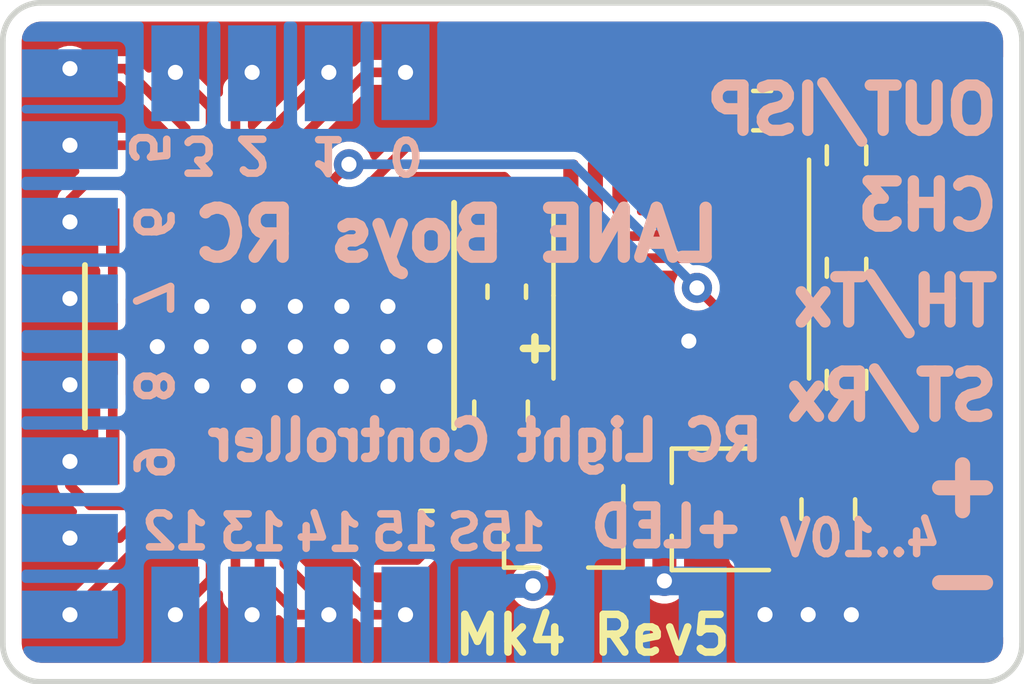
<source format=kicad_pcb>
(kicad_pcb (version 20171130) (host pcbnew 5.1.9-73d0e3b20d~88~ubuntu18.04.1)

  (general
    (thickness 0.8)
    (drawings 69)
    (tracks 204)
    (zones 0)
    (modules 37)
    (nets 36)
  )

  (page A4)
  (layers
    (0 Top signal)
    (31 Bottom signal)
    (32 B.Adhes user hide)
    (33 F.Adhes user hide)
    (34 B.Paste user hide)
    (35 F.Paste user hide)
    (36 B.SilkS user)
    (37 F.SilkS user)
    (38 B.Mask user hide)
    (39 F.Mask user hide)
    (40 Dwgs.User user hide)
    (41 Cmts.User user hide)
    (42 Eco1.User user hide)
    (43 Eco2.User user hide)
    (44 Edge.Cuts user)
    (45 Margin user hide)
    (46 B.CrtYd user hide)
    (47 F.CrtYd user)
    (48 B.Fab user hide)
    (49 F.Fab user hide)
  )

  (setup
    (last_trace_width 0.254)
    (user_trace_width 0.2032)
    (user_trace_width 0.2286)
    (user_trace_width 0.381)
    (user_trace_width 0.508)
    (user_trace_width 0.635)
    (user_trace_width 0.762)
    (trace_clearance 0.1524)
    (zone_clearance 0.2032)
    (zone_45_only no)
    (trace_min 0.1524)
    (via_size 0.8)
    (via_drill 0.4)
    (via_min_size 0.4)
    (via_min_drill 0.3)
    (uvia_size 0.3)
    (uvia_drill 0.1)
    (uvias_allowed no)
    (uvia_min_size 0.2)
    (uvia_min_drill 0.1)
    (edge_width 0.15)
    (segment_width 0.2)
    (pcb_text_width 0.3)
    (pcb_text_size 1.5 1.5)
    (mod_edge_width 0.15)
    (mod_text_size 1 1)
    (mod_text_width 0.15)
    (pad_size 1.524 1.524)
    (pad_drill 0.762)
    (pad_to_mask_clearance 0.0254)
    (solder_mask_min_width 0.1524)
    (pad_to_paste_clearance_ratio -0.05)
    (aux_axis_origin 135 114)
    (grid_origin 135 114)
    (visible_elements 7FFFFF7F)
    (pcbplotparams
      (layerselection 0x010f8_ffffffff)
      (usegerberextensions false)
      (usegerberattributes false)
      (usegerberadvancedattributes false)
      (creategerberjobfile false)
      (excludeedgelayer true)
      (linewidth 0.100000)
      (plotframeref false)
      (viasonmask false)
      (mode 1)
      (useauxorigin false)
      (hpglpennumber 1)
      (hpglpenspeed 20)
      (hpglpendiameter 15.000000)
      (psnegative false)
      (psa4output false)
      (plotreference true)
      (plotvalue true)
      (plotinvisibletext false)
      (padsonsilk false)
      (subtractmaskfromsilk true)
      (outputformat 1)
      (mirror false)
      (drillshape 0)
      (scaleselection 1)
      (outputdirectory "gerber/"))
  )

  (net 0 "")
  (net 1 +3V3)
  (net 2 GND)
  (net 3 /GSCLK)
  (net 4 /SIN)
  (net 5 /SCLK)
  (net 6 /XLAT)
  (net 7 /BLANK)
  (net 8 /VIN)
  (net 9 /OUT-SWITCHED)
  (net 10 /OUT0)
  (net 11 /OUT1)
  (net 12 /OUT2)
  (net 13 /OUT3)
  (net 14 /OUT4)
  (net 15 /OUT5)
  (net 16 /OUT6)
  (net 17 /OUT7)
  (net 18 /OUT8)
  (net 19 /OUT9)
  (net 20 /OUT10)
  (net 21 /OUT11)
  (net 22 /OUT12)
  (net 23 /OUT13)
  (net 24 /OUT14)
  (net 25 /OUT15)
  (net 26 /OUT15S)
  (net 27 /ST-IN)
  (net 28 /TH-IN)
  (net 29 /AUX-IN)
  (net 30 /OUT-ISP-OUT)
  (net 31 /IREF)
  (net 32 /TH-TX)
  (net 33 /OUT-ISP)
  (net 34 /ST-RX)
  (net 35 /AUX)

  (net_class Default "This is the default net class."
    (clearance 0.1524)
    (trace_width 0.254)
    (via_dia 0.8)
    (via_drill 0.4)
    (uvia_dia 0.3)
    (uvia_drill 0.1)
    (diff_pair_width 0.2032)
    (diff_pair_gap 0.254)
    (add_net +3V3)
    (add_net /AUX)
    (add_net /AUX-IN)
    (add_net /BLANK)
    (add_net /GSCLK)
    (add_net /IREF)
    (add_net /OUT-ISP)
    (add_net /OUT-ISP-OUT)
    (add_net /OUT-SWITCHED)
    (add_net /OUT0)
    (add_net /OUT1)
    (add_net /OUT10)
    (add_net /OUT11)
    (add_net /OUT12)
    (add_net /OUT13)
    (add_net /OUT14)
    (add_net /OUT15)
    (add_net /OUT15S)
    (add_net /OUT2)
    (add_net /OUT3)
    (add_net /OUT4)
    (add_net /OUT5)
    (add_net /OUT6)
    (add_net /OUT7)
    (add_net /OUT8)
    (add_net /OUT9)
    (add_net /SCLK)
    (add_net /SIN)
    (add_net /ST-IN)
    (add_net /ST-RX)
    (add_net /TH-IN)
    (add_net /TH-TX)
    (add_net /VIN)
    (add_net /XLAT)
    (add_net GND)
  )

  (module Resistor_SMD:R_0603_1608Metric (layer Top) (tedit 5F68FEEE) (tstamp 60248A33)
    (at 157.352 103.0272 270)
    (descr "Resistor SMD 0603 (1608 Metric), square (rectangular) end terminal, IPC_7351 nominal, (Body size source: IPC-SM-782 page 72, https://www.pcb-3d.com/wordpress/wp-content/uploads/ipc-sm-782a_amendment_1_and_2.pdf), generated with kicad-footprint-generator")
    (tags resistor)
    (path /602C1006)
    (attr smd)
    (fp_text reference R5 (at 0 -1.43 90) (layer F.SilkS) hide
      (effects (font (size 1 1) (thickness 0.15)))
    )
    (fp_text value 1k (at 0 1.43 90) (layer F.Fab)
      (effects (font (size 1 1) (thickness 0.15)))
    )
    (fp_line (start -0.8 0.4125) (end -0.8 -0.4125) (layer F.Fab) (width 0.1))
    (fp_line (start -0.8 -0.4125) (end 0.8 -0.4125) (layer F.Fab) (width 0.1))
    (fp_line (start 0.8 -0.4125) (end 0.8 0.4125) (layer F.Fab) (width 0.1))
    (fp_line (start 0.8 0.4125) (end -0.8 0.4125) (layer F.Fab) (width 0.1))
    (fp_line (start -0.237258 -0.5225) (end 0.237258 -0.5225) (layer F.SilkS) (width 0.12))
    (fp_line (start -0.237258 0.5225) (end 0.237258 0.5225) (layer F.SilkS) (width 0.12))
    (fp_line (start -1.48 0.73) (end -1.48 -0.73) (layer F.CrtYd) (width 0.05))
    (fp_line (start -1.48 -0.73) (end 1.48 -0.73) (layer F.CrtYd) (width 0.05))
    (fp_line (start 1.48 -0.73) (end 1.48 0.73) (layer F.CrtYd) (width 0.05))
    (fp_line (start 1.48 0.73) (end -1.48 0.73) (layer F.CrtYd) (width 0.05))
    (fp_text user %R (at 0 0 90) (layer F.Fab)
      (effects (font (size 0.4 0.4) (thickness 0.06)))
    )
    (pad 2 smd roundrect (at 0.825 0 270) (size 0.8 0.95) (layers Top F.Paste F.Mask) (roundrect_rratio 0.25)
      (net 28 /TH-IN))
    (pad 1 smd roundrect (at -0.825 0 270) (size 0.8 0.95) (layers Top F.Paste F.Mask) (roundrect_rratio 0.25)
      (net 32 /TH-TX))
    (model ${KISYS3DMOD}/Resistor_SMD.3dshapes/R_0603_1608Metric.wrl
      (at (xyz 0 0 0))
      (scale (xyz 1 1 1))
      (rotate (xyz 0 0 0))
    )
  )

  (module Resistor_SMD:R_0603_1608Metric (layer Top) (tedit 5F68FEEE) (tstamp 60248A22)
    (at 155.1168 98.8616)
    (descr "Resistor SMD 0603 (1608 Metric), square (rectangular) end terminal, IPC_7351 nominal, (Body size source: IPC-SM-782 page 72, https://www.pcb-3d.com/wordpress/wp-content/uploads/ipc-sm-782a_amendment_1_and_2.pdf), generated with kicad-footprint-generator")
    (tags resistor)
    (path /602C0E81)
    (attr smd)
    (fp_text reference R4 (at 0 -1.43) (layer F.SilkS) hide
      (effects (font (size 1 1) (thickness 0.15)))
    )
    (fp_text value 1k (at 0 1.43) (layer F.Fab)
      (effects (font (size 1 1) (thickness 0.15)))
    )
    (fp_line (start -0.8 0.4125) (end -0.8 -0.4125) (layer F.Fab) (width 0.1))
    (fp_line (start -0.8 -0.4125) (end 0.8 -0.4125) (layer F.Fab) (width 0.1))
    (fp_line (start 0.8 -0.4125) (end 0.8 0.4125) (layer F.Fab) (width 0.1))
    (fp_line (start 0.8 0.4125) (end -0.8 0.4125) (layer F.Fab) (width 0.1))
    (fp_line (start -0.237258 -0.5225) (end 0.237258 -0.5225) (layer F.SilkS) (width 0.12))
    (fp_line (start -0.237258 0.5225) (end 0.237258 0.5225) (layer F.SilkS) (width 0.12))
    (fp_line (start -1.48 0.73) (end -1.48 -0.73) (layer F.CrtYd) (width 0.05))
    (fp_line (start -1.48 -0.73) (end 1.48 -0.73) (layer F.CrtYd) (width 0.05))
    (fp_line (start 1.48 -0.73) (end 1.48 0.73) (layer F.CrtYd) (width 0.05))
    (fp_line (start 1.48 0.73) (end -1.48 0.73) (layer F.CrtYd) (width 0.05))
    (fp_text user %R (at 0 0) (layer F.Fab)
      (effects (font (size 0.4 0.4) (thickness 0.06)))
    )
    (pad 2 smd roundrect (at 0.825 0) (size 0.8 0.95) (layers Top F.Paste F.Mask) (roundrect_rratio 0.25)
      (net 30 /OUT-ISP-OUT))
    (pad 1 smd roundrect (at -0.825 0) (size 0.8 0.95) (layers Top F.Paste F.Mask) (roundrect_rratio 0.25)
      (net 33 /OUT-ISP))
    (model ${KISYS3DMOD}/Resistor_SMD.3dshapes/R_0603_1608Metric.wrl
      (at (xyz 0 0 0))
      (scale (xyz 1 1 1))
      (rotate (xyz 0 0 0))
    )
  )

  (module Resistor_SMD:R_0603_1608Metric (layer Top) (tedit 5F68FEEE) (tstamp 60248A11)
    (at 157.352 100.0432 270)
    (descr "Resistor SMD 0603 (1608 Metric), square (rectangular) end terminal, IPC_7351 nominal, (Body size source: IPC-SM-782 page 72, https://www.pcb-3d.com/wordpress/wp-content/uploads/ipc-sm-782a_amendment_1_and_2.pdf), generated with kicad-footprint-generator")
    (tags resistor)
    (path /602C0CD8)
    (attr smd)
    (fp_text reference R3 (at 0 -1.43 90) (layer F.SilkS) hide
      (effects (font (size 1 1) (thickness 0.15)))
    )
    (fp_text value 1k (at 0 1.43 90) (layer F.Fab)
      (effects (font (size 1 1) (thickness 0.15)))
    )
    (fp_line (start -0.8 0.4125) (end -0.8 -0.4125) (layer F.Fab) (width 0.1))
    (fp_line (start -0.8 -0.4125) (end 0.8 -0.4125) (layer F.Fab) (width 0.1))
    (fp_line (start 0.8 -0.4125) (end 0.8 0.4125) (layer F.Fab) (width 0.1))
    (fp_line (start 0.8 0.4125) (end -0.8 0.4125) (layer F.Fab) (width 0.1))
    (fp_line (start -0.237258 -0.5225) (end 0.237258 -0.5225) (layer F.SilkS) (width 0.12))
    (fp_line (start -0.237258 0.5225) (end 0.237258 0.5225) (layer F.SilkS) (width 0.12))
    (fp_line (start -1.48 0.73) (end -1.48 -0.73) (layer F.CrtYd) (width 0.05))
    (fp_line (start -1.48 -0.73) (end 1.48 -0.73) (layer F.CrtYd) (width 0.05))
    (fp_line (start 1.48 -0.73) (end 1.48 0.73) (layer F.CrtYd) (width 0.05))
    (fp_line (start 1.48 0.73) (end -1.48 0.73) (layer F.CrtYd) (width 0.05))
    (fp_text user %R (at 0 0 90) (layer F.Fab)
      (effects (font (size 0.4 0.4) (thickness 0.06)))
    )
    (pad 2 smd roundrect (at 0.825 0 270) (size 0.8 0.95) (layers Top F.Paste F.Mask) (roundrect_rratio 0.25)
      (net 29 /AUX-IN))
    (pad 1 smd roundrect (at -0.825 0 270) (size 0.8 0.95) (layers Top F.Paste F.Mask) (roundrect_rratio 0.25)
      (net 35 /AUX))
    (model ${KISYS3DMOD}/Resistor_SMD.3dshapes/R_0603_1608Metric.wrl
      (at (xyz 0 0 0))
      (scale (xyz 1 1 1))
      (rotate (xyz 0 0 0))
    )
  )

  (module Resistor_SMD:R_0603_1608Metric (layer Top) (tedit 5F68FEEE) (tstamp 60248A00)
    (at 157.352 105.999 270)
    (descr "Resistor SMD 0603 (1608 Metric), square (rectangular) end terminal, IPC_7351 nominal, (Body size source: IPC-SM-782 page 72, https://www.pcb-3d.com/wordpress/wp-content/uploads/ipc-sm-782a_amendment_1_and_2.pdf), generated with kicad-footprint-generator")
    (tags resistor)
    (path /6029DAB9)
    (attr smd)
    (fp_text reference R2 (at 0 -1.43 90) (layer F.SilkS) hide
      (effects (font (size 1 1) (thickness 0.15)))
    )
    (fp_text value 1k (at 0 1.43 90) (layer F.Fab)
      (effects (font (size 1 1) (thickness 0.15)))
    )
    (fp_line (start -0.8 0.4125) (end -0.8 -0.4125) (layer F.Fab) (width 0.1))
    (fp_line (start -0.8 -0.4125) (end 0.8 -0.4125) (layer F.Fab) (width 0.1))
    (fp_line (start 0.8 -0.4125) (end 0.8 0.4125) (layer F.Fab) (width 0.1))
    (fp_line (start 0.8 0.4125) (end -0.8 0.4125) (layer F.Fab) (width 0.1))
    (fp_line (start -0.237258 -0.5225) (end 0.237258 -0.5225) (layer F.SilkS) (width 0.12))
    (fp_line (start -0.237258 0.5225) (end 0.237258 0.5225) (layer F.SilkS) (width 0.12))
    (fp_line (start -1.48 0.73) (end -1.48 -0.73) (layer F.CrtYd) (width 0.05))
    (fp_line (start -1.48 -0.73) (end 1.48 -0.73) (layer F.CrtYd) (width 0.05))
    (fp_line (start 1.48 -0.73) (end 1.48 0.73) (layer F.CrtYd) (width 0.05))
    (fp_line (start 1.48 0.73) (end -1.48 0.73) (layer F.CrtYd) (width 0.05))
    (fp_text user %R (at 0 0 90) (layer F.Fab)
      (effects (font (size 0.4 0.4) (thickness 0.06)))
    )
    (pad 2 smd roundrect (at 0.825 0 270) (size 0.8 0.95) (layers Top F.Paste F.Mask) (roundrect_rratio 0.25)
      (net 27 /ST-IN))
    (pad 1 smd roundrect (at -0.825 0 270) (size 0.8 0.95) (layers Top F.Paste F.Mask) (roundrect_rratio 0.25)
      (net 34 /ST-RX))
    (model ${KISYS3DMOD}/Resistor_SMD.3dshapes/R_0603_1608Metric.wrl
      (at (xyz 0 0 0))
      (scale (xyz 1 1 1))
      (rotate (xyz 0 0 0))
    )
  )

  (module Package_SO:TSSOP-20_4.4x6.5mm_P0.65mm (layer Top) (tedit 5E476F32) (tstamp 60248404)
    (at 152.9738 103.7638 270)
    (descr "TSSOP, 20 Pin (JEDEC MO-153 Var AC https://www.jedec.org/document_search?search_api_views_fulltext=MO-153), generated with kicad-footprint-generator ipc_gullwing_generator.py")
    (tags "TSSOP SO")
    (path /6024AE6D)
    (attr smd)
    (fp_text reference U2 (at 0 -4.2 90) (layer F.SilkS) hide
      (effects (font (size 1 1) (thickness 0.15)))
    )
    (fp_text value LPC812M101JDH20 (at 0 4.2 90) (layer F.Fab)
      (effects (font (size 1 1) (thickness 0.15)))
    )
    (fp_line (start 0 3.385) (end 2.2 3.385) (layer F.SilkS) (width 0.12))
    (fp_line (start 0 3.385) (end -2.2 3.385) (layer F.SilkS) (width 0.12))
    (fp_line (start 0 -3.385) (end 2.2 -3.385) (layer F.SilkS) (width 0.12))
    (fp_line (start 0 -3.385) (end -3.6 -3.385) (layer F.SilkS) (width 0.12))
    (fp_line (start -1.2 -3.25) (end 2.2 -3.25) (layer F.Fab) (width 0.1))
    (fp_line (start 2.2 -3.25) (end 2.2 3.25) (layer F.Fab) (width 0.1))
    (fp_line (start 2.2 3.25) (end -2.2 3.25) (layer F.Fab) (width 0.1))
    (fp_line (start -2.2 3.25) (end -2.2 -2.25) (layer F.Fab) (width 0.1))
    (fp_line (start -2.2 -2.25) (end -1.2 -3.25) (layer F.Fab) (width 0.1))
    (fp_line (start -3.85 -3.5) (end -3.85 3.5) (layer F.CrtYd) (width 0.05))
    (fp_line (start -3.85 3.5) (end 3.85 3.5) (layer F.CrtYd) (width 0.05))
    (fp_line (start 3.85 3.5) (end 3.85 -3.5) (layer F.CrtYd) (width 0.05))
    (fp_line (start 3.85 -3.5) (end -3.85 -3.5) (layer F.CrtYd) (width 0.05))
    (fp_text user %R (at 0 0 90) (layer F.Fab)
      (effects (font (size 1 1) (thickness 0.15)))
    )
    (pad 20 smd roundrect (at 2.8625 -2.925 270) (size 1.475 0.4) (layers Top F.Paste F.Mask) (roundrect_rratio 0.25))
    (pad 19 smd roundrect (at 2.8625 -2.275 270) (size 1.475 0.4) (layers Top F.Paste F.Mask) (roundrect_rratio 0.25)
      (net 34 /ST-RX))
    (pad 18 smd roundrect (at 2.8625 -1.625 270) (size 1.475 0.4) (layers Top F.Paste F.Mask) (roundrect_rratio 0.25)
      (net 7 /BLANK))
    (pad 17 smd roundrect (at 2.8625 -0.975 270) (size 1.475 0.4) (layers Top F.Paste F.Mask) (roundrect_rratio 0.25)
      (net 4 /SIN))
    (pad 16 smd roundrect (at 2.8625 -0.325 270) (size 1.475 0.4) (layers Top F.Paste F.Mask) (roundrect_rratio 0.25)
      (net 2 GND))
    (pad 15 smd roundrect (at 2.8625 0.325 270) (size 1.475 0.4) (layers Top F.Paste F.Mask) (roundrect_rratio 0.25)
      (net 1 +3V3))
    (pad 14 smd roundrect (at 2.8625 0.975 270) (size 1.475 0.4) (layers Top F.Paste F.Mask) (roundrect_rratio 0.25))
    (pad 13 smd roundrect (at 2.8625 1.625 270) (size 1.475 0.4) (layers Top F.Paste F.Mask) (roundrect_rratio 0.25)
      (net 9 /OUT-SWITCHED))
    (pad 12 smd roundrect (at 2.8625 2.275 270) (size 1.475 0.4) (layers Top F.Paste F.Mask) (roundrect_rratio 0.25)
      (net 3 /GSCLK))
    (pad 11 smd roundrect (at 2.8625 2.925 270) (size 1.475 0.4) (layers Top F.Paste F.Mask) (roundrect_rratio 0.25))
    (pad 10 smd roundrect (at -2.8625 2.925 270) (size 1.475 0.4) (layers Top F.Paste F.Mask) (roundrect_rratio 0.25))
    (pad 9 smd roundrect (at -2.8625 2.275 270) (size 1.475 0.4) (layers Top F.Paste F.Mask) (roundrect_rratio 0.25))
    (pad 8 smd roundrect (at -2.8625 1.625 270) (size 1.475 0.4) (layers Top F.Paste F.Mask) (roundrect_rratio 0.25))
    (pad 7 smd roundrect (at -2.8625 0.975 270) (size 1.475 0.4) (layers Top F.Paste F.Mask) (roundrect_rratio 0.25)
      (net 5 /SCLK))
    (pad 6 smd roundrect (at -2.8625 0.325 270) (size 1.475 0.4) (layers Top F.Paste F.Mask) (roundrect_rratio 0.25)
      (net 6 /XLAT))
    (pad 5 smd roundrect (at -2.8625 -0.325 270) (size 1.475 0.4) (layers Top F.Paste F.Mask) (roundrect_rratio 0.25)
      (net 32 /TH-TX))
    (pad 4 smd roundrect (at -2.8625 -0.975 270) (size 1.475 0.4) (layers Top F.Paste F.Mask) (roundrect_rratio 0.25))
    (pad 3 smd roundrect (at -2.8625 -1.625 270) (size 1.475 0.4) (layers Top F.Paste F.Mask) (roundrect_rratio 0.25)
      (net 33 /OUT-ISP))
    (pad 2 smd roundrect (at -2.8625 -2.275 270) (size 1.475 0.4) (layers Top F.Paste F.Mask) (roundrect_rratio 0.25)
      (net 35 /AUX))
    (pad 1 smd roundrect (at -2.8625 -2.925 270) (size 1.475 0.4) (layers Top F.Paste F.Mask) (roundrect_rratio 0.25))
    (model ${KISYS3DMOD}/Package_SO.3dshapes/TSSOP-20_4.4x6.5mm_P0.65mm.wrl
      (at (xyz 0 0 0))
      (scale (xyz 1 1 1))
      (rotate (xyz 0 0 0))
    )
  )

  (module Capacitor_SMD:C_0805_2012Metric (layer Top) (tedit 601FDAD8) (tstamp 5C81F495)
    (at 148.1996 106.8324 270)
    (descr "Capacitor SMD 0805 (2012 Metric), square (rectangular) end terminal, IPC_7351 nominal, (Body size source: https://docs.google.com/spreadsheets/d/1BsfQQcO9C6DZCsRaXUlFlo91Tg2WpOkGARC1WS5S8t0/edit?usp=sharing), generated with kicad-footprint-generator")
    (tags capacitor)
    (path /5C870864)
    (attr smd)
    (fp_text reference C2 (at 0 -1.65 90) (layer F.SilkS) hide
      (effects (font (size 1 1) (thickness 0.15)))
    )
    (fp_text value 47u/6V3 (at 0.1572 -3.3772) (layer F.Fab)
      (effects (font (size 0.8 0.8) (thickness 0.15)))
    )
    (fp_line (start 1.68 0.95) (end -1.68 0.95) (layer F.CrtYd) (width 0.05))
    (fp_line (start 1.68 -0.95) (end 1.68 0.95) (layer F.CrtYd) (width 0.05))
    (fp_line (start -1.68 -0.95) (end 1.68 -0.95) (layer F.CrtYd) (width 0.05))
    (fp_line (start -1.68 0.95) (end -1.68 -0.95) (layer F.CrtYd) (width 0.05))
    (fp_line (start -0.258578 0.71) (end 0.258578 0.71) (layer F.SilkS) (width 0.12))
    (fp_line (start -0.258578 -0.71) (end 0.258578 -0.71) (layer F.SilkS) (width 0.12))
    (fp_line (start 1 0.6) (end -1 0.6) (layer F.Fab) (width 0.1))
    (fp_line (start 1 -0.6) (end 1 0.6) (layer F.Fab) (width 0.1))
    (fp_line (start -1 -0.6) (end 1 -0.6) (layer F.Fab) (width 0.1))
    (fp_line (start -1 0.6) (end -1 -0.6) (layer F.Fab) (width 0.1))
    (fp_text user %R (at 0 0 90) (layer F.Fab)
      (effects (font (size 0.5 0.5) (thickness 0.08)))
    )
    (pad 1 smd roundrect (at -0.9375 0 270) (size 0.975 1.4) (layers Top F.Paste F.Mask) (roundrect_rratio 0.25)
      (net 1 +3V3))
    (pad 2 smd roundrect (at 0.9375 0 270) (size 0.975 1.4) (layers Top F.Paste F.Mask) (roundrect_rratio 0.25)
      (net 2 GND))
    (model ${KISYS3DMOD}/Capacitor_SMD.3dshapes/C_0805_2012Metric.wrl
      (at (xyz 0 0 0))
      (scale (xyz 1 1 1))
      (rotate (xyz 0 0 0))
    )
  )

  (module Package_TO_SOT_SMD:SOT-23W (layer Top) (tedit 5A02FF57) (tstamp 5C81BBC1)
    (at 153.7971 109.4316 180)
    (descr "SOT-23W http://www.allegromicro.com/~/media/Files/Datasheets/A112x-Datasheet.ashx?la=en&hash=7BC461E058CC246E0BAB62433B2F1ECA104CA9D3")
    (tags SOT-23W)
    (path /09B5DC2D)
    (attr smd)
    (fp_text reference U1 (at 0 -2.5) (layer F.SilkS) hide
      (effects (font (size 1 1) (thickness 0.15)))
    )
    (fp_text value 3V3 (at 0 2.5) (layer F.Fab)
      (effects (font (size 1 1) (thickness 0.15)))
    )
    (fp_line (start -1.95 1.74) (end -1.95 -1.74) (layer F.CrtYd) (width 0.05))
    (fp_line (start 1.95 1.74) (end -1.95 1.74) (layer F.CrtYd) (width 0.05))
    (fp_line (start 1.95 -1.74) (end 1.95 1.74) (layer F.CrtYd) (width 0.05))
    (fp_line (start -1.95 -1.74) (end 1.95 -1.74) (layer F.CrtYd) (width 0.05))
    (fp_line (start -0.955 1.49) (end 0.955 1.49) (layer F.Fab) (width 0.1))
    (fp_line (start 0.955 -1.49) (end 0.955 1.49) (layer F.Fab) (width 0.1))
    (fp_line (start -0.955 -0.49) (end 0.045 -1.49) (layer F.Fab) (width 0.1))
    (fp_line (start 0.045 -1.49) (end 0.955 -1.49) (layer F.Fab) (width 0.1))
    (fp_line (start -0.955 -0.49) (end -0.955 1.49) (layer F.Fab) (width 0.1))
    (fp_line (start -1.075 1.61) (end 1.075 1.61) (layer F.SilkS) (width 0.12))
    (fp_line (start -1.5 -1.61) (end 1.075 -1.61) (layer F.SilkS) (width 0.12))
    (fp_line (start 1.075 0.7) (end 1.075 1.61) (layer F.SilkS) (width 0.12))
    (fp_line (start 1.075 -1.61) (end 1.075 -0.7) (layer F.SilkS) (width 0.12))
    (fp_text user %R (at 0 0 90) (layer F.Fab)
      (effects (font (size 0.5 0.5) (thickness 0.075)))
    )
    (pad 3 smd rect (at 1.2 0 180) (size 1 0.7) (layers Top F.Paste F.Mask)
      (net 8 /VIN))
    (pad 2 smd rect (at -1.2 0.95 180) (size 1 0.7) (layers Top F.Paste F.Mask)
      (net 1 +3V3))
    (pad 1 smd rect (at -1.2 -0.95 180) (size 1 0.7) (layers Top F.Paste F.Mask)
      (net 2 GND))
    (model ${KISYS3DMOD}/Package_TO_SOT_SMD.3dshapes/SOT-23W.wrl
      (at (xyz 0 0 0))
      (scale (xyz 1 1 1))
      (rotate (xyz 0 0 0))
    )
  )

  (module Package_TO_SOT_SMD:SOT-23 (layer Top) (tedit 5A02FF57) (tstamp 5C81BCC1)
    (at 149.859 110.2154 270)
    (descr "SOT-23, Standard")
    (tags SOT-23)
    (path /8692C711)
    (attr smd)
    (fp_text reference T1 (at 0 -2.5 90) (layer F.SilkS) hide
      (effects (font (size 1 1) (thickness 0.15)))
    )
    (fp_text value NMOSSOT23 (at 0 2.5 90) (layer F.Fab)
      (effects (font (size 1 1) (thickness 0.15)))
    )
    (fp_line (start 0.76 1.58) (end -0.7 1.58) (layer F.SilkS) (width 0.12))
    (fp_line (start 0.76 -1.58) (end -1.4 -1.58) (layer F.SilkS) (width 0.12))
    (fp_line (start -1.7 1.75) (end -1.7 -1.75) (layer F.CrtYd) (width 0.05))
    (fp_line (start 1.7 1.75) (end -1.7 1.75) (layer F.CrtYd) (width 0.05))
    (fp_line (start 1.7 -1.75) (end 1.7 1.75) (layer F.CrtYd) (width 0.05))
    (fp_line (start -1.7 -1.75) (end 1.7 -1.75) (layer F.CrtYd) (width 0.05))
    (fp_line (start 0.76 -1.58) (end 0.76 -0.65) (layer F.SilkS) (width 0.12))
    (fp_line (start 0.76 1.58) (end 0.76 0.65) (layer F.SilkS) (width 0.12))
    (fp_line (start -0.7 1.52) (end 0.7 1.52) (layer F.Fab) (width 0.1))
    (fp_line (start 0.7 -1.52) (end 0.7 1.52) (layer F.Fab) (width 0.1))
    (fp_line (start -0.7 -0.95) (end -0.15 -1.52) (layer F.Fab) (width 0.1))
    (fp_line (start -0.15 -1.52) (end 0.7 -1.52) (layer F.Fab) (width 0.1))
    (fp_line (start -0.7 -0.95) (end -0.7 1.5) (layer F.Fab) (width 0.1))
    (fp_text user %R (at 0 0) (layer F.Fab)
      (effects (font (size 0.5 0.5) (thickness 0.075)))
    )
    (pad 3 smd rect (at 1 0 270) (size 0.9 0.8) (layers Top F.Paste F.Mask)
      (net 26 /OUT15S))
    (pad 2 smd rect (at -1 0.95 270) (size 0.9 0.8) (layers Top F.Paste F.Mask)
      (net 2 GND))
    (pad 1 smd rect (at -1 -0.95 270) (size 0.9 0.8) (layers Top F.Paste F.Mask)
      (net 9 /OUT-SWITCHED))
    (model ${KISYS3DMOD}/Package_TO_SOT_SMD.3dshapes/SOT-23.wrl
      (at (xyz 0 0 0))
      (scale (xyz 1 1 1))
      (rotate (xyz 0 0 0))
    )
  )

  (module rc-light-controller-tlc5940-lpc812:SOP65P640X120-29N (layer Top) (tedit 5CD12D38) (tstamp 5C82FD92)
    (at 142.1291 105.1136 270)
    (path /840783A6)
    (solder_paste_margin -0.0127)
    (fp_text reference U3 (at -3.4544 -5.715 270) (layer F.SilkS) hide
      (effects (font (size 1.97866 1.97866) (thickness 0.197866)) (justify left bottom))
    )
    (fp_text value TLC5940PWP (at 0.3012 4.0397) (layer F.Fab)
      (effects (font (size 0.8 0.8) (thickness 0.2)) (justify left bottom))
    )
    (fp_poly (pts (xy 0.254 2.159) (xy 0.889 2.159) (xy 0.889 2.794) (xy 0.254 2.794)) (layer F.Paste) (width 0.15))
    (fp_poly (pts (xy 0.254 0.92075) (xy 0.889 0.92075) (xy 0.889 1.55575) (xy 0.254 1.55575)) (layer F.Paste) (width 0.15))
    (fp_poly (pts (xy 0.254 -0.3175) (xy 0.889 -0.3175) (xy 0.889 0.3175) (xy 0.254 0.3175)) (layer F.Paste) (width 0.15))
    (fp_poly (pts (xy 0.254 -1.55575) (xy 0.889 -1.55575) (xy 0.889 -0.92075) (xy 0.254 -0.92075)) (layer F.Paste) (width 0.15))
    (fp_poly (pts (xy 0.254 -2.794) (xy 0.889 -2.794) (xy 0.889 -2.159) (xy 0.254 -2.159)) (layer F.Paste) (width 0.15))
    (fp_poly (pts (xy -0.889 2.159) (xy -0.254 2.159) (xy -0.254 2.794) (xy -0.889 2.794)) (layer F.Paste) (width 0.15))
    (fp_poly (pts (xy -0.889 0.92075) (xy -0.254 0.92075) (xy -0.254 1.55575) (xy -0.889 1.55575)) (layer F.Paste) (width 0.15))
    (fp_poly (pts (xy -0.889 -0.3175) (xy -0.254 -0.3175) (xy -0.254 0.3175) (xy -0.889 0.3175)) (layer F.Paste) (width 0.15))
    (fp_poly (pts (xy -0.889 -1.55575) (xy -0.254 -1.55575) (xy -0.254 -0.92075) (xy -0.889 -0.92075)) (layer F.Paste) (width 0.15))
    (fp_poly (pts (xy -0.889 -2.794) (xy -0.254 -2.794) (xy -0.254 -2.159) (xy -0.889 -2.159)) (layer F.Paste) (width 0.15))
    (fp_poly (pts (xy -0.889 -0.34925) (xy -0.254 -0.34925) (xy -0.254 0.28575) (xy -0.889 0.28575)) (layer F.Mask) (width 0.15))
    (fp_poly (pts (xy -0.889 -1.635125) (xy -0.254 -1.635125) (xy -0.254 -1.000125) (xy -0.889 -1.000125)) (layer F.Mask) (width 0.15))
    (fp_poly (pts (xy -0.889 2.2225) (xy -0.254 2.2225) (xy -0.254 2.8575) (xy -0.889 2.8575)) (layer F.Mask) (width 0.15))
    (fp_poly (pts (xy -0.889 -2.921) (xy -0.254 -2.921) (xy -0.254 -2.286) (xy -0.889 -2.286)) (layer F.Mask) (width 0.15))
    (fp_poly (pts (xy -0.889 0.936625) (xy -0.254 0.936625) (xy -0.254 1.571625) (xy -0.889 1.571625)) (layer F.Mask) (width 0.15))
    (fp_poly (pts (xy 0.254 2.2225) (xy 0.889 2.2225) (xy 0.889 2.8575) (xy 0.254 2.8575)) (layer F.Mask) (width 0.15))
    (fp_poly (pts (xy 0.254 0.936625) (xy 0.889 0.936625) (xy 0.889 1.571625) (xy 0.254 1.571625)) (layer F.Mask) (width 0.15))
    (fp_poly (pts (xy 0.254 -0.34925) (xy 0.889 -0.34925) (xy 0.889 0.28575) (xy 0.254 0.28575)) (layer F.Mask) (width 0.15))
    (fp_poly (pts (xy 0.254 -1.635125) (xy 0.889 -1.635125) (xy 0.889 -1.000125) (xy 0.254 -1.000125)) (layer F.Mask) (width 0.15))
    (fp_poly (pts (xy 0.254 -2.921) (xy 0.889 -2.921) (xy 0.889 -2.286) (xy 0.254 -2.286)) (layer F.Mask) (width 0.15))
    (fp_line (start -2.159 4.953) (end 2.159 4.953) (layer F.SilkS) (width 0.1524))
    (fp_line (start 2.159 -4.826) (end -3.81 -4.826) (layer F.SilkS) (width 0.1524))
    (fp_line (start -2.2606 -4.064) (end -2.2606 -4.3688) (layer F.Fab) (width 0.1))
    (fp_line (start -2.2606 -4.3688) (end -3.302 -4.3688) (layer F.Fab) (width 0.1))
    (fp_line (start -3.302 -4.3688) (end -3.302 -4.064) (layer F.Fab) (width 0.1))
    (fp_line (start -3.302 -4.064) (end -2.2606 -4.064) (layer F.Fab) (width 0.1))
    (fp_line (start -2.2606 -3.429) (end -2.2606 -3.7338) (layer F.Fab) (width 0.1))
    (fp_line (start -2.2606 -3.7338) (end -3.302 -3.7338) (layer F.Fab) (width 0.1))
    (fp_line (start -3.302 -3.7338) (end -3.302 -3.429) (layer F.Fab) (width 0.1))
    (fp_line (start -3.302 -3.429) (end -2.2606 -3.429) (layer F.Fab) (width 0.1))
    (fp_line (start -2.2606 -2.7686) (end -2.2606 -3.0734) (layer F.Fab) (width 0.1))
    (fp_line (start -2.2606 -3.0734) (end -3.302 -3.0734) (layer F.Fab) (width 0.1))
    (fp_line (start -3.302 -3.0734) (end -3.302 -2.7686) (layer F.Fab) (width 0.1))
    (fp_line (start -3.302 -2.7686) (end -2.2606 -2.7686) (layer F.Fab) (width 0.1))
    (fp_line (start -2.2606 -2.1336) (end -2.2606 -2.413) (layer F.Fab) (width 0.1))
    (fp_line (start -2.2606 -2.413) (end -3.302 -2.413) (layer F.Fab) (width 0.1))
    (fp_line (start -3.302 -2.413) (end -3.302 -2.1336) (layer F.Fab) (width 0.1))
    (fp_line (start -3.302 -2.1336) (end -2.2606 -2.1336) (layer F.Fab) (width 0.1))
    (fp_line (start -2.2606 -1.4732) (end -2.2606 -1.778) (layer F.Fab) (width 0.1))
    (fp_line (start -2.2606 -1.778) (end -3.302 -1.778) (layer F.Fab) (width 0.1))
    (fp_line (start -3.302 -1.778) (end -3.302 -1.4732) (layer F.Fab) (width 0.1))
    (fp_line (start -3.302 -1.4732) (end -2.2606 -1.4732) (layer F.Fab) (width 0.1))
    (fp_line (start -2.2606 -0.8128) (end -2.2606 -1.1176) (layer F.Fab) (width 0.1))
    (fp_line (start -2.2606 -1.1176) (end -3.302 -1.1176) (layer F.Fab) (width 0.1))
    (fp_line (start -3.302 -1.1176) (end -3.302 -0.8128) (layer F.Fab) (width 0.1))
    (fp_line (start -3.302 -0.8128) (end -2.2606 -0.8128) (layer F.Fab) (width 0.1))
    (fp_line (start -2.2606 -0.1778) (end -2.2606 -0.4826) (layer F.Fab) (width 0.1))
    (fp_line (start -2.2606 -0.4826) (end -3.302 -0.4826) (layer F.Fab) (width 0.1))
    (fp_line (start -3.302 -0.4826) (end -3.302 -0.1778) (layer F.Fab) (width 0.1))
    (fp_line (start -3.302 -0.1778) (end -2.2606 -0.1778) (layer F.Fab) (width 0.1))
    (fp_line (start -2.2606 0.4826) (end -2.2606 0.1778) (layer F.Fab) (width 0.1))
    (fp_line (start -2.2606 0.1778) (end -3.302 0.1778) (layer F.Fab) (width 0.1))
    (fp_line (start -3.302 0.1778) (end -3.302 0.4826) (layer F.Fab) (width 0.1))
    (fp_line (start -3.302 0.4826) (end -2.2606 0.4826) (layer F.Fab) (width 0.1))
    (fp_line (start -2.2606 1.1176) (end -2.2606 0.8128) (layer F.Fab) (width 0.1))
    (fp_line (start -2.2606 0.8128) (end -3.302 0.8128) (layer F.Fab) (width 0.1))
    (fp_line (start -3.302 0.8128) (end -3.302 1.1176) (layer F.Fab) (width 0.1))
    (fp_line (start -3.302 1.1176) (end -2.2606 1.1176) (layer F.Fab) (width 0.1))
    (fp_line (start -2.2606 1.778) (end -2.2606 1.4732) (layer F.Fab) (width 0.1))
    (fp_line (start -2.2606 1.4732) (end -3.302 1.4732) (layer F.Fab) (width 0.1))
    (fp_line (start -3.302 1.4732) (end -3.302 1.778) (layer F.Fab) (width 0.1))
    (fp_line (start -3.302 1.778) (end -2.2606 1.778) (layer F.Fab) (width 0.1))
    (fp_line (start -2.2606 2.413) (end -2.2606 2.1336) (layer F.Fab) (width 0.1))
    (fp_line (start -2.2606 2.1336) (end -3.302 2.1336) (layer F.Fab) (width 0.1))
    (fp_line (start -3.302 2.1336) (end -3.302 2.413) (layer F.Fab) (width 0.1))
    (fp_line (start -3.302 2.413) (end -2.2606 2.413) (layer F.Fab) (width 0.1))
    (fp_line (start -2.2606 3.0734) (end -2.2606 2.7686) (layer F.Fab) (width 0.1))
    (fp_line (start -2.2606 2.7686) (end -3.302 2.7686) (layer F.Fab) (width 0.1))
    (fp_line (start -3.302 2.7686) (end -3.302 3.0734) (layer F.Fab) (width 0.1))
    (fp_line (start -3.302 3.0734) (end -2.2606 3.0734) (layer F.Fab) (width 0.1))
    (fp_line (start -2.2606 3.7338) (end -2.2606 3.429) (layer F.Fab) (width 0.1))
    (fp_line (start -2.2606 3.429) (end -3.302 3.429) (layer F.Fab) (width 0.1))
    (fp_line (start -3.302 3.429) (end -3.302 3.7338) (layer F.Fab) (width 0.1))
    (fp_line (start -3.302 3.7338) (end -2.2606 3.7338) (layer F.Fab) (width 0.1))
    (fp_line (start -2.2606 4.3688) (end -2.2606 4.064) (layer F.Fab) (width 0.1))
    (fp_line (start -2.2606 4.064) (end -3.302 4.064) (layer F.Fab) (width 0.1))
    (fp_line (start -3.302 4.064) (end -3.302 4.3688) (layer F.Fab) (width 0.1))
    (fp_line (start -3.302 4.3688) (end -2.2606 4.3688) (layer F.Fab) (width 0.1))
    (fp_line (start 2.2606 4.064) (end 2.2606 4.3688) (layer F.Fab) (width 0.1))
    (fp_line (start 2.2606 4.3688) (end 3.302 4.3688) (layer F.Fab) (width 0.1))
    (fp_line (start 3.302 4.3688) (end 3.302 4.064) (layer F.Fab) (width 0.1))
    (fp_line (start 3.302 4.064) (end 2.2606 4.064) (layer F.Fab) (width 0.1))
    (fp_line (start 2.2606 3.429) (end 2.2606 3.7338) (layer F.Fab) (width 0.1))
    (fp_line (start 2.2606 3.7338) (end 3.302 3.7338) (layer F.Fab) (width 0.1))
    (fp_line (start 3.302 3.7338) (end 3.302 3.429) (layer F.Fab) (width 0.1))
    (fp_line (start 3.302 3.429) (end 2.2606 3.429) (layer F.Fab) (width 0.1))
    (fp_line (start 2.2606 2.7686) (end 2.2606 3.0734) (layer F.Fab) (width 0.1))
    (fp_line (start 2.2606 3.0734) (end 3.302 3.0734) (layer F.Fab) (width 0.1))
    (fp_line (start 3.302 3.0734) (end 3.302 2.7686) (layer F.Fab) (width 0.1))
    (fp_line (start 3.302 2.7686) (end 2.2606 2.7686) (layer F.Fab) (width 0.1))
    (fp_line (start 2.2606 2.1336) (end 2.2606 2.413) (layer F.Fab) (width 0.1))
    (fp_line (start 2.2606 2.413) (end 3.302 2.413) (layer F.Fab) (width 0.1))
    (fp_line (start 3.302 2.413) (end 3.302 2.1336) (layer F.Fab) (width 0.1))
    (fp_line (start 3.302 2.1336) (end 2.2606 2.1336) (layer F.Fab) (width 0.1))
    (fp_line (start 2.2606 1.4732) (end 2.2606 1.778) (layer F.Fab) (width 0.1))
    (fp_line (start 2.2606 1.778) (end 3.302 1.778) (layer F.Fab) (width 0.1))
    (fp_line (start 3.302 1.778) (end 3.302 1.4732) (layer F.Fab) (width 0.1))
    (fp_line (start 3.302 1.4732) (end 2.2606 1.4732) (layer F.Fab) (width 0.1))
    (fp_line (start 2.2606 0.8128) (end 2.2606 1.1176) (layer F.Fab) (width 0.1))
    (fp_line (start 2.2606 1.1176) (end 3.302 1.1176) (layer F.Fab) (width 0.1))
    (fp_line (start 3.302 1.1176) (end 3.302 0.8128) (layer F.Fab) (width 0.1))
    (fp_line (start 3.302 0.8128) (end 2.2606 0.8128) (layer F.Fab) (width 0.1))
    (fp_line (start 2.2606 0.1778) (end 2.2606 0.4826) (layer F.Fab) (width 0.1))
    (fp_line (start 2.2606 0.4826) (end 3.302 0.4826) (layer F.Fab) (width 0.1))
    (fp_line (start 3.302 0.4826) (end 3.302 0.1778) (layer F.Fab) (width 0.1))
    (fp_line (start 3.302 0.1778) (end 2.2606 0.1778) (layer F.Fab) (width 0.1))
    (fp_line (start 2.2606 -0.4826) (end 2.2606 -0.1778) (layer F.Fab) (width 0.1))
    (fp_line (start 2.2606 -0.1778) (end 3.302 -0.1778) (layer F.Fab) (width 0.1))
    (fp_line (start 3.302 -0.1778) (end 3.302 -0.4826) (layer F.Fab) (width 0.1))
    (fp_line (start 3.302 -0.4826) (end 2.2606 -0.4826) (layer F.Fab) (width 0.1))
    (fp_line (start 2.2606 -1.1176) (end 2.2606 -0.8128) (layer F.Fab) (width 0.1))
    (fp_line (start 2.2606 -0.8128) (end 3.302 -0.8128) (layer F.Fab) (width 0.1))
    (fp_line (start 3.302 -0.8128) (end 3.302 -1.1176) (layer F.Fab) (width 0.1))
    (fp_line (start 3.302 -1.1176) (end 2.2606 -1.1176) (layer F.Fab) (width 0.1))
    (fp_line (start 2.2606 -1.778) (end 2.2606 -1.4732) (layer F.Fab) (width 0.1))
    (fp_line (start 2.2606 -1.4732) (end 3.302 -1.4732) (layer F.Fab) (width 0.1))
    (fp_line (start 3.302 -1.4732) (end 3.302 -1.778) (layer F.Fab) (width 0.1))
    (fp_line (start 3.302 -1.778) (end 2.2606 -1.778) (layer F.Fab) (width 0.1))
    (fp_line (start 2.2606 -2.413) (end 2.2606 -2.1336) (layer F.Fab) (width 0.1))
    (fp_line (start 2.2606 -2.1336) (end 3.302 -2.1336) (layer F.Fab) (width 0.1))
    (fp_line (start 3.302 -2.1336) (end 3.302 -2.413) (layer F.Fab) (width 0.1))
    (fp_line (start 3.302 -2.413) (end 2.2606 -2.413) (layer F.Fab) (width 0.1))
    (fp_line (start 2.2606 -3.0734) (end 2.2606 -2.7686) (layer F.Fab) (width 0.1))
    (fp_line (start 2.2606 -2.7686) (end 3.302 -2.7686) (layer F.Fab) (width 0.1))
    (fp_line (start 3.302 -2.7686) (end 3.302 -3.0734) (layer F.Fab) (width 0.1))
    (fp_line (start 3.302 -3.0734) (end 2.2606 -3.0734) (layer F.Fab) (width 0.1))
    (fp_line (start 2.2606 -3.7338) (end 2.2606 -3.429) (layer F.Fab) (width 0.1))
    (fp_line (start 2.2606 -3.429) (end 3.302 -3.429) (layer F.Fab) (width 0.1))
    (fp_line (start 3.302 -3.429) (end 3.302 -3.7338) (layer F.Fab) (width 0.1))
    (fp_line (start 3.302 -3.7338) (end 2.2606 -3.7338) (layer F.Fab) (width 0.1))
    (fp_line (start 2.2606 -4.3688) (end 2.2606 -4.064) (layer F.Fab) (width 0.1))
    (fp_line (start 2.2606 -4.064) (end 3.302 -4.064) (layer F.Fab) (width 0.1))
    (fp_line (start 3.302 -4.064) (end 3.302 -4.3688) (layer F.Fab) (width 0.1))
    (fp_line (start 3.302 -4.3688) (end 2.2606 -4.3688) (layer F.Fab) (width 0.1))
    (fp_line (start -2.2606 4.9022) (end 2.2606 4.9022) (layer F.Fab) (width 0.1))
    (fp_line (start 2.2606 4.9022) (end 2.2606 -4.9022) (layer F.Fab) (width 0.1))
    (fp_line (start 2.2606 -4.9022) (end 0.3048 -4.9022) (layer F.Fab) (width 0.1))
    (fp_line (start 0.3048 -4.9022) (end -0.3048 -4.9022) (layer F.Fab) (width 0.1))
    (fp_line (start -0.3048 -4.9022) (end -2.2606 -4.9022) (layer F.Fab) (width 0.1))
    (fp_line (start -2.2606 -4.9022) (end -2.2606 4.9022) (layer F.Fab) (width 0.1))
    (fp_text user * (at -3.7592 -4.445 270) (layer F.Fab)
      (effects (font (size 1.2065 1.2065) (thickness 0.0762)) (justify left bottom))
    )
    (fp_text user * (at -3.8946 -5.3466 270) (layer F.SilkS) hide
      (effects (font (size 1.2065 1.2065) (thickness 0.0762)) (justify left bottom))
    )
    (fp_arc (start 0 -4.9022) (end 0.3048 -4.9022) (angle 180) (layer F.Fab) (width 0.1))
    (pad 29 smd rect (at 0 0 270) (size 2.3876 6.1722) (layers Top F.Mask)
      (net 2 GND) (solder_mask_margin 0.0508) (zone_connect 2))
    (pad 28 smd rect (at 2.921 -4.2164 270) (size 1.4732 0.3556) (layers Top F.Paste F.Mask)
      (net 1 +3V3) (solder_mask_margin 0.0508))
    (pad 27 smd rect (at 2.921 -3.5814 270) (size 1.4732 0.3556) (layers Top F.Paste F.Mask)
      (net 31 /IREF) (solder_mask_margin 0.0508))
    (pad 26 smd rect (at 2.921 -2.921 270) (size 1.4732 0.3556) (layers Top F.Paste F.Mask)
      (net 1 +3V3) (solder_mask_margin 0.0508))
    (pad 25 smd rect (at 2.921 -2.286 270) (size 1.4732 0.3556) (layers Top F.Paste F.Mask)
      (net 3 /GSCLK) (solder_mask_margin 0.0508))
    (pad 24 smd rect (at 2.921 -1.6256 270) (size 1.4732 0.3556) (layers Top F.Paste F.Mask)
      (solder_mask_margin 0.0508))
    (pad 23 smd rect (at 2.921 -0.9652 270) (size 1.4732 0.3556) (layers Top F.Paste F.Mask)
      (solder_mask_margin 0.0508))
    (pad 22 smd rect (at 2.921 -0.3302 270) (size 1.4732 0.3556) (layers Top F.Paste F.Mask)
      (net 25 /OUT15) (solder_mask_margin 0.0508))
    (pad 21 smd rect (at 2.921 0.3302 270) (size 1.4732 0.3556) (layers Top F.Paste F.Mask)
      (net 24 /OUT14) (solder_mask_margin 0.0508))
    (pad 20 smd rect (at 2.921 0.9652 270) (size 1.4732 0.3556) (layers Top F.Paste F.Mask)
      (net 23 /OUT13) (solder_mask_margin 0.0508))
    (pad 19 smd rect (at 2.921 1.6256 270) (size 1.4732 0.3556) (layers Top F.Paste F.Mask)
      (net 22 /OUT12) (solder_mask_margin 0.0508))
    (pad 18 smd rect (at 2.921 2.286 270) (size 1.4732 0.3556) (layers Top F.Paste F.Mask)
      (net 21 /OUT11) (solder_mask_margin 0.0508))
    (pad 17 smd rect (at 2.921 2.921 270) (size 1.4732 0.3556) (layers Top F.Paste F.Mask)
      (net 20 /OUT10) (solder_mask_margin 0.0508))
    (pad 16 smd rect (at 2.921 3.5814 270) (size 1.4732 0.3556) (layers Top F.Paste F.Mask)
      (net 19 /OUT9) (solder_mask_margin 0.0508))
    (pad 15 smd rect (at 2.921 4.2164 270) (size 1.4732 0.3556) (layers Top F.Paste F.Mask)
      (net 18 /OUT8) (solder_mask_margin 0.0508))
    (pad 14 smd rect (at -2.921 4.2164 270) (size 1.4732 0.3556) (layers Top F.Paste F.Mask)
      (net 17 /OUT7) (solder_mask_margin 0.0508))
    (pad 13 smd rect (at -2.921 3.5814 270) (size 1.4732 0.3556) (layers Top F.Paste F.Mask)
      (net 16 /OUT6) (solder_mask_margin 0.0508))
    (pad 12 smd rect (at -2.921 2.921 270) (size 1.4732 0.3556) (layers Top F.Paste F.Mask)
      (net 15 /OUT5) (solder_mask_margin 0.0508))
    (pad 11 smd rect (at -2.921 2.286 270) (size 1.4732 0.3556) (layers Top F.Paste F.Mask)
      (net 14 /OUT4) (solder_mask_margin 0.0508))
    (pad 10 smd rect (at -2.921 1.6256 270) (size 1.4732 0.3556) (layers Top F.Paste F.Mask)
      (net 13 /OUT3) (solder_mask_margin 0.0508))
    (pad 9 smd rect (at -2.921 0.9652 270) (size 1.4732 0.3556) (layers Top F.Paste F.Mask)
      (net 12 /OUT2) (solder_mask_margin 0.0508))
    (pad 8 smd rect (at -2.921 0.3302 270) (size 1.4732 0.3556) (layers Top F.Paste F.Mask)
      (net 11 /OUT1) (solder_mask_margin 0.0508))
    (pad 7 smd rect (at -2.921 -0.3302 270) (size 1.4732 0.3556) (layers Top F.Paste F.Mask)
      (net 10 /OUT0) (solder_mask_margin 0.0508))
    (pad 6 smd rect (at -2.921 -0.9652 270) (size 1.4732 0.3556) (layers Top F.Paste F.Mask)
      (net 1 +3V3) (solder_mask_margin 0.0508))
    (pad 5 smd rect (at -2.921 -1.6256 270) (size 1.4732 0.3556) (layers Top F.Paste F.Mask)
      (net 4 /SIN) (solder_mask_margin 0.0508))
    (pad 4 smd rect (at -2.921 -2.286 270) (size 1.4732 0.3556) (layers Top F.Paste F.Mask)
      (net 5 /SCLK) (solder_mask_margin 0.0508))
    (pad 3 smd rect (at -2.921 -2.921 270) (size 1.4732 0.3556) (layers Top F.Paste F.Mask)
      (net 6 /XLAT) (solder_mask_margin 0.0508))
    (pad 2 smd rect (at -2.921 -3.5814 270) (size 1.4732 0.3556) (layers Top F.Paste F.Mask)
      (net 7 /BLANK) (solder_mask_margin 0.0508))
    (pad 1 smd rect (at -2.921 -4.2164 270) (size 1.4732 0.3556) (layers Top F.Paste F.Mask)
      (net 2 GND) (solder_mask_margin 0.0508))
    (model ${KISYS3DMOD}/Package_SO.3dshapes/HTSSOP-28-1EP_4.4x9.7mm_P0.65mm_EP3.4x9.5mm.step
      (at (xyz 0 0 0))
      (scale (xyz 1 1 1))
      (rotate (xyz 0 0 0))
    )
  )

  (module rc-light-controller-tlc5940-lpc812:SMD80X120 (layer Top) (tedit 5CD12C42) (tstamp 5C81BBDC)
    (at 159.8931 108.9236 90)
    (descr "<b>SMD PAD</b>")
    (path /1C475C6D)
    (fp_text reference PAD1 (at -1.27 1.524) (layer F.SilkS) hide
      (effects (font (size 0.77216 0.77216) (thickness 0.115824)) (justify right top))
    )
    (fp_text value + (at 2.032 1.524 180) (layer F.Fab) hide
      (effects (font (size 1.6891 1.6891) (thickness 0.253365)) (justify right top))
    )
    (pad 1 smd rect (at 0 0 90) (size 2.032 3.048) (layers Top F.Mask)
      (net 8 /VIN) (solder_mask_margin 0.0508))
  )

  (module rc-light-controller-tlc5940-lpc812:SMD80X120 (layer Top) (tedit 5CD12C45) (tstamp 5C81BBE0)
    (at 159.8931 111.4636 90)
    (descr "<b>SMD PAD</b>")
    (path /A0CD53A2)
    (fp_text reference PAD2 (at -1.27 1.524) (layer F.SilkS) hide
      (effects (font (size 0.77216 0.77216) (thickness 0.115824)) (justify right top))
    )
    (fp_text value - (at 2.032 1.524 180) (layer F.Fab) hide
      (effects (font (size 1.59258 1.59258) (thickness 0.238887)) (justify right top))
    )
    (pad 1 smd rect (at 0 0 90) (size 2.032 3.048) (layers Top F.Mask)
      (net 2 GND) (solder_mask_margin 0.0508))
  )

  (module rc-light-controller-tlc5940-lpc812:SMD80X120 (layer Top) (tedit 5CD12C3B) (tstamp 5C81BBE4)
    (at 159.8931 106.3836 90)
    (descr "<b>SMD PAD</b>")
    (path /1CFA7EBC)
    (fp_text reference PAD3 (at -1.27 1.524) (layer F.SilkS) hide
      (effects (font (size 0.77216 0.77216) (thickness 0.115824)) (justify right top))
    )
    (fp_text value ST/Rx (at 2.032 1.524 180) (layer F.Fab) hide
      (effects (font (size 1.08585 1.08585) (thickness 0.162877)) (justify right top))
    )
    (pad 1 smd rect (at 0 0 90) (size 2.032 3.048) (layers Top F.Mask)
      (net 27 /ST-IN) (solder_mask_margin 0.0508))
  )

  (module rc-light-controller-tlc5940-lpc812:SMD80X120 (layer Top) (tedit 5CD12C3F) (tstamp 5C81BBE8)
    (at 159.892 101.3 90)
    (descr "<b>SMD PAD</b>")
    (path /411DFD1A)
    (fp_text reference PAD5 (at -1.27 1.524) (layer F.SilkS) hide
      (effects (font (size 0.77216 0.77216) (thickness 0.115824)) (justify right top))
    )
    (fp_text value CH3 (at 2.032 1.524 180) (layer F.Fab) hide
      (effects (font (size 1.08585 1.08585) (thickness 0.162877)) (justify right top))
    )
    (pad 1 smd rect (at 0 0 90) (size 2.032 3.048) (layers Top F.Mask)
      (net 29 /AUX-IN) (solder_mask_margin 0.0508))
  )

  (module rc-light-controller-tlc5940-lpc812:SMD80X120 (layer Top) (tedit 5CD12D2C) (tstamp 5C81BC8E)
    (at 159.892 98.76 90)
    (descr "<b>SMD PAD</b>")
    (path /6D080C98)
    (fp_text reference PAD6 (at -1.27 1.524) (layer F.SilkS) hide
      (effects (font (size 0.77216 0.77216) (thickness 0.115824)) (justify right top))
    )
    (fp_text value OUT/ISP (at 2.032 1.524 180) (layer F.Fab) hide
      (effects (font (size 1.08585 1.08585) (thickness 0.162877)) (justify right top))
    )
    (pad 1 smd rect (at 0 0 90) (size 2.032 3.048) (layers Top F.Mask)
      (net 30 /OUT-ISP-OUT) (solder_mask_margin 0.0508))
  )

  (module Capacitor_SMD:C_0603_1608Metric (layer Top) (tedit 5C81BE72) (tstamp 5C81DB1F)
    (at 148.351 103.6622 270)
    (descr "Capacitor SMD 0603 (1608 Metric), square (rectangular) end terminal, IPC_7351 nominal, (Body size source: http://www.tortai-tech.com/upload/download/2011102023233369053.pdf), generated with kicad-footprint-generator")
    (tags capacitor)
    (path /4A30DC6E)
    (attr smd)
    (fp_text reference C3 (at 0 -1.43 270) (layer F.SilkS) hide
      (effects (font (size 1 1) (thickness 0.15)))
    )
    (fp_text value 100n (at -2.8146 0.0518 270) (layer F.Fab)
      (effects (font (size 1 1) (thickness 0.15)))
    )
    (fp_line (start 1.48 0.73) (end -1.48 0.73) (layer F.CrtYd) (width 0.05))
    (fp_line (start 1.48 -0.73) (end 1.48 0.73) (layer F.CrtYd) (width 0.05))
    (fp_line (start -1.48 -0.73) (end 1.48 -0.73) (layer F.CrtYd) (width 0.05))
    (fp_line (start -1.48 0.73) (end -1.48 -0.73) (layer F.CrtYd) (width 0.05))
    (fp_line (start -0.162779 0.51) (end 0.162779 0.51) (layer F.SilkS) (width 0.12))
    (fp_line (start -0.162779 -0.51) (end 0.162779 -0.51) (layer F.SilkS) (width 0.12))
    (fp_line (start 0.8 0.4) (end -0.8 0.4) (layer F.Fab) (width 0.1))
    (fp_line (start 0.8 -0.4) (end 0.8 0.4) (layer F.Fab) (width 0.1))
    (fp_line (start -0.8 -0.4) (end 0.8 -0.4) (layer F.Fab) (width 0.1))
    (fp_line (start -0.8 0.4) (end -0.8 -0.4) (layer F.Fab) (width 0.1))
    (fp_text user %R (at 0 0 270) (layer F.Fab)
      (effects (font (size 0.4 0.4) (thickness 0.06)))
    )
    (pad 1 smd roundrect (at -0.7875 0 270) (size 0.875 0.95) (layers Top F.Paste F.Mask) (roundrect_rratio 0.25)
      (net 2 GND))
    (pad 2 smd roundrect (at 0.7875 0 270) (size 0.875 0.95) (layers Top F.Paste F.Mask) (roundrect_rratio 0.25)
      (net 1 +3V3))
    (model ${KISYS3DMOD}/Capacitor_SMD.3dshapes/C_0603_1608Metric.wrl
      (at (xyz 0 0 0))
      (scale (xyz 1 1 1))
      (rotate (xyz 0 0 0))
    )
  )

  (module Resistor_SMD:R_0603_1608Metric (layer Top) (tedit 5C81BE77) (tstamp 5C81DB2F)
    (at 146.2268 109.982)
    (descr "Resistor SMD 0603 (1608 Metric), square (rectangular) end terminal, IPC_7351 nominal, (Body size source: http://www.tortai-tech.com/upload/download/2011102023233369053.pdf), generated with kicad-footprint-generator")
    (tags resistor)
    (path /80E41320)
    (attr smd)
    (fp_text reference R1 (at 0 -1.43 180) (layer F.SilkS) hide
      (effects (font (size 1 1) (thickness 0.15)))
    )
    (fp_text value 2k0=20mA (at 3.2776 -1.5542 180) (layer F.Fab)
      (effects (font (size 1 1) (thickness 0.15)))
    )
    (fp_line (start 1.48 0.73) (end -1.48 0.73) (layer F.CrtYd) (width 0.05))
    (fp_line (start 1.48 -0.73) (end 1.48 0.73) (layer F.CrtYd) (width 0.05))
    (fp_line (start -1.48 -0.73) (end 1.48 -0.73) (layer F.CrtYd) (width 0.05))
    (fp_line (start -1.48 0.73) (end -1.48 -0.73) (layer F.CrtYd) (width 0.05))
    (fp_line (start -0.162779 0.51) (end 0.162779 0.51) (layer F.SilkS) (width 0.12))
    (fp_line (start -0.162779 -0.51) (end 0.162779 -0.51) (layer F.SilkS) (width 0.12))
    (fp_line (start 0.8 0.4) (end -0.8 0.4) (layer F.Fab) (width 0.1))
    (fp_line (start 0.8 -0.4) (end 0.8 0.4) (layer F.Fab) (width 0.1))
    (fp_line (start -0.8 -0.4) (end 0.8 -0.4) (layer F.Fab) (width 0.1))
    (fp_line (start -0.8 0.4) (end -0.8 -0.4) (layer F.Fab) (width 0.1))
    (fp_text user %R (at 0 0 180) (layer F.Fab)
      (effects (font (size 0.4 0.4) (thickness 0.06)))
    )
    (pad 1 smd roundrect (at -0.7875 0) (size 0.875 0.95) (layers Top F.Paste F.Mask) (roundrect_rratio 0.25)
      (net 31 /IREF))
    (pad 2 smd roundrect (at 0.7875 0) (size 0.875 0.95) (layers Top F.Paste F.Mask) (roundrect_rratio 0.25)
      (net 2 GND))
    (model ${KISYS3DMOD}/Resistor_SMD.3dshapes/R_0603_1608Metric.wrl
      (at (xyz 0 0 0))
      (scale (xyz 1 1 1))
      (rotate (xyz 0 0 0))
    )
  )

  (module Capacitor_SMD:C_0805_2012Metric (layer Top) (tedit 5C81E597) (tstamp 5F054D36)
    (at 156.8694 109.4257 270)
    (descr "Capacitor SMD 0805 (2012 Metric), square (rectangular) end terminal, IPC_7351 nominal, (Body size source: https://docs.google.com/spreadsheets/d/1BsfQQcO9C6DZCsRaXUlFlo91Tg2WpOkGARC1WS5S8t0/edit?usp=sharing), generated with kicad-footprint-generator")
    (tags capacitor)
    (path /30D010B6)
    (attr smd)
    (fp_text reference C1 (at 0 -1.65 270) (layer F.SilkS) hide
      (effects (font (size 1 1) (thickness 0.15)))
    )
    (fp_text value 1u/16V (at 1.0632 -1.5483 270) (layer F.Fab)
      (effects (font (size 1 1) (thickness 0.15)))
    )
    (fp_line (start 1.68 0.95) (end -1.68 0.95) (layer F.CrtYd) (width 0.05))
    (fp_line (start 1.68 -0.95) (end 1.68 0.95) (layer F.CrtYd) (width 0.05))
    (fp_line (start -1.68 -0.95) (end 1.68 -0.95) (layer F.CrtYd) (width 0.05))
    (fp_line (start -1.68 0.95) (end -1.68 -0.95) (layer F.CrtYd) (width 0.05))
    (fp_line (start -0.258578 0.71) (end 0.258578 0.71) (layer F.SilkS) (width 0.12))
    (fp_line (start -0.258578 -0.71) (end 0.258578 -0.71) (layer F.SilkS) (width 0.12))
    (fp_line (start 1 0.6) (end -1 0.6) (layer F.Fab) (width 0.1))
    (fp_line (start 1 -0.6) (end 1 0.6) (layer F.Fab) (width 0.1))
    (fp_line (start -1 -0.6) (end 1 -0.6) (layer F.Fab) (width 0.1))
    (fp_line (start -1 0.6) (end -1 -0.6) (layer F.Fab) (width 0.1))
    (fp_text user %R (at 0 0 270) (layer F.Fab)
      (effects (font (size 0.5 0.5) (thickness 0.08)))
    )
    (pad 1 smd roundrect (at -0.9375 0 270) (size 0.975 1.4) (layers Top F.Paste F.Mask) (roundrect_rratio 0.25)
      (net 8 /VIN))
    (pad 2 smd roundrect (at 0.9375 0 270) (size 0.975 1.4) (layers Top F.Paste F.Mask) (roundrect_rratio 0.25)
      (net 2 GND))
    (model ${KISYS3DMOD}/Capacitor_SMD.3dshapes/C_0805_2012Metric.wrl
      (at (xyz 0 0 0))
      (scale (xyz 1 1 1))
      (rotate (xyz 0 0 0))
    )
  )

  (module rc-light-controller-tlc5940-lpc812:SMD50X100 (layer Bottom) (tedit 5CD12D67) (tstamp 5CC93DA1)
    (at 153.542 112.222)
    (descr "<b>SMD PAD</b>")
    (path /CFCDD87C)
    (fp_text reference LED+1 (at -0.762 -1.27 -90) (layer B.SilkS) hide
      (effects (font (size 0.77216 0.77216) (thickness 0.12192)) (justify left bottom mirror))
    )
    (fp_text value SMD50X100 (at 1.524 -1.27 -90) (layer B.Fab) hide
      (effects (font (size 0.77216 0.77216) (thickness 0.12192)) (justify left bottom mirror))
    )
    (pad 1 smd rect (at 0 0) (size 1.27 2.54) (layers Bottom B.Mask)
      (net 8 /VIN) (solder_mask_margin 0.0508))
  )

  (module rc-light-controller-tlc5940-lpc812:SMD50X100 (layer Bottom) (tedit 5CD12D65) (tstamp 5CC93DC5)
    (at 151.51 112.222)
    (descr "<b>SMD PAD</b>")
    (path /2268DE62)
    (fp_text reference LED+2 (at -0.762 -1.27 -90) (layer B.SilkS) hide
      (effects (font (size 0.77216 0.77216) (thickness 0.12192)) (justify left bottom mirror))
    )
    (fp_text value SMD50X100 (at 1.524 -1.27 -90) (layer B.Fab) hide
      (effects (font (size 0.77216 0.77216) (thickness 0.12192)) (justify left bottom mirror))
    )
    (pad 1 smd rect (at 0 0) (size 1.27 2.54) (layers Bottom B.Mask)
      (net 8 /VIN) (solder_mask_margin 0.0508))
  )

  (module rc-light-controller-tlc5940-lpc812:SMD50X100 (layer Bottom) (tedit 5CD12BBD) (tstamp 5CC93DD1)
    (at 145.668 97.8408)
    (descr "<b>SMD PAD</b>")
    (path /3C53439C)
    (fp_text reference OUT0 (at -0.762 -1.27 -90) (layer B.SilkS) hide
      (effects (font (size 0.77216 0.77216) (thickness 0.12192)) (justify left bottom mirror))
    )
    (fp_text value SMD50X100 (at 1.524 -1.27 -90) (layer B.Fab) hide
      (effects (font (size 0.77216 0.77216) (thickness 0.12192)) (justify left bottom mirror))
    )
    (pad 1 smd rect (at 0 0) (size 1.27 2.54) (layers Bottom B.Mask)
      (net 10 /OUT0) (solder_mask_margin 0.0508))
  )

  (module rc-light-controller-tlc5940-lpc812:SMD50X100 (layer Bottom) (tedit 5CD12BC1) (tstamp 5CC93DDD)
    (at 143.636 97.871)
    (descr "<b>SMD PAD</b>")
    (path /6BADA7B7)
    (fp_text reference OUT1 (at -0.762 -1.27 -90) (layer B.SilkS) hide
      (effects (font (size 0.77216 0.77216) (thickness 0.12192)) (justify left bottom mirror))
    )
    (fp_text value SMD50X100 (at 1.524 -1.27 -90) (layer B.Fab) hide
      (effects (font (size 0.77216 0.77216) (thickness 0.12192)) (justify left bottom mirror))
    )
    (pad 1 smd rect (at 0 0) (size 1.27 2.54) (layers Bottom B.Mask)
      (net 11 /OUT1) (solder_mask_margin 0.0508))
  )

  (module rc-light-controller-tlc5940-lpc812:SMD50X100 (layer Bottom) (tedit 5CD12BD3) (tstamp 5CC93DE9)
    (at 141.604 97.871)
    (descr "<b>SMD PAD</b>")
    (path /861A1973)
    (fp_text reference OUT2 (at -0.762 -1.27 -90) (layer B.SilkS) hide
      (effects (font (size 0.77216 0.77216) (thickness 0.12192)) (justify left bottom mirror))
    )
    (fp_text value SMD50X100 (at 1.524 -1.27 -90) (layer B.Fab) hide
      (effects (font (size 0.77216 0.77216) (thickness 0.12192)) (justify left bottom mirror))
    )
    (pad 1 smd rect (at 0 0) (size 1.27 2.54) (layers Bottom B.Mask)
      (net 12 /OUT2) (solder_mask_margin 0.0508))
  )

  (module rc-light-controller-tlc5940-lpc812:SMD50X100 (layer Bottom) (tedit 5CD12BDC) (tstamp 5CC93E85)
    (at 139.572 97.871)
    (descr "<b>SMD PAD</b>")
    (path /FBBF8CFD)
    (fp_text reference OUT3 (at -0.762 -1.27 -90) (layer B.SilkS) hide
      (effects (font (size 0.77216 0.77216) (thickness 0.12192)) (justify left bottom mirror))
    )
    (fp_text value SMD50X100 (at 1.524 -1.27 -90) (layer B.Fab) hide
      (effects (font (size 0.77216 0.77216) (thickness 0.12192)) (justify left bottom mirror))
    )
    (pad 1 smd rect (at 0 0) (size 1.27 2.54) (layers Bottom B.Mask)
      (net 13 /OUT3) (solder_mask_margin 0.0508))
  )

  (module rc-light-controller-tlc5940-lpc812:SMD50X100 (layer Bottom) (tedit 5CD12BE3) (tstamp 5CC93E79)
    (at 136.778 97.871 270)
    (descr "<b>SMD PAD</b>")
    (path /F2672D97)
    (fp_text reference OUT4 (at -0.762 -1.27 180) (layer B.SilkS) hide
      (effects (font (size 0.77216 0.77216) (thickness 0.12192)) (justify left bottom mirror))
    )
    (fp_text value SMD50X100 (at 1.524 -1.27 180) (layer B.Fab) hide
      (effects (font (size 0.77216 0.77216) (thickness 0.12192)) (justify left bottom mirror))
    )
    (pad 1 smd rect (at 0 0 270) (size 1.27 2.54) (layers Bottom B.Mask)
      (net 14 /OUT4) (solder_mask_margin 0.0508))
  )

  (module rc-light-controller-tlc5940-lpc812:SMD50X100 (layer Bottom) (tedit 5CD12BE0) (tstamp 5CC93E6D)
    (at 136.778 99.776 90)
    (descr "<b>SMD PAD</b>")
    (path /A0BFA14C)
    (fp_text reference OUT5 (at -0.762 -1.27) (layer B.SilkS) hide
      (effects (font (size 0.77216 0.77216) (thickness 0.12192)) (justify left bottom mirror))
    )
    (fp_text value SMD50X100 (at 1.524 -1.27) (layer B.Fab) hide
      (effects (font (size 0.77216 0.77216) (thickness 0.12192)) (justify left bottom mirror))
    )
    (pad 1 smd rect (at 0 0 90) (size 1.27 2.54) (layers Bottom B.Mask)
      (net 15 /OUT5) (solder_mask_margin 0.0508))
  )

  (module rc-light-controller-tlc5940-lpc812:SMD50X100 (layer Bottom) (tedit 5CD12BE6) (tstamp 5CC93E61)
    (at 136.778 101.808 90)
    (descr "<b>SMD PAD</b>")
    (path /F2728259)
    (fp_text reference OUT6 (at -0.762 -1.27) (layer B.SilkS) hide
      (effects (font (size 0.77216 0.77216) (thickness 0.12192)) (justify left bottom mirror))
    )
    (fp_text value SMD50X100 (at 1.524 -1.27) (layer B.Fab) hide
      (effects (font (size 0.77216 0.77216) (thickness 0.12192)) (justify left bottom mirror))
    )
    (pad 1 smd rect (at 0 0 90) (size 1.27 2.54) (layers Bottom B.Mask)
      (net 16 /OUT6) (solder_mask_margin 0.0508))
  )

  (module rc-light-controller-tlc5940-lpc812:SMD50X100 (layer Bottom) (tedit 5CD12BE9) (tstamp 5CC93DF5)
    (at 136.778 103.84 90)
    (descr "<b>SMD PAD</b>")
    (path /F2054039)
    (fp_text reference OUT7 (at -0.762 -1.27) (layer B.SilkS) hide
      (effects (font (size 0.77216 0.77216) (thickness 0.12192)) (justify left bottom mirror))
    )
    (fp_text value SMD50X100 (at 1.524 -1.27) (layer B.Fab) hide
      (effects (font (size 0.77216 0.77216) (thickness 0.12192)) (justify left bottom mirror))
    )
    (pad 1 smd rect (at 0 0 90) (size 1.27 2.54) (layers Bottom B.Mask)
      (net 17 /OUT7) (solder_mask_margin 0.0508))
  )

  (module rc-light-controller-tlc5940-lpc812:SMD50X100 (layer Bottom) (tedit 5CD12BEB) (tstamp 5CC93E55)
    (at 136.778 106.126 90)
    (descr "<b>SMD PAD</b>")
    (path /D45D03D4)
    (fp_text reference OUT8 (at -0.762 -1.27) (layer B.SilkS) hide
      (effects (font (size 0.77216 0.77216) (thickness 0.12192)) (justify left bottom mirror))
    )
    (fp_text value SMD50X100 (at 1.524 -1.27) (layer B.Fab) hide
      (effects (font (size 0.77216 0.77216) (thickness 0.12192)) (justify left bottom mirror))
    )
    (pad 1 smd rect (at 0 0 90) (size 1.27 2.54) (layers Bottom B.Mask)
      (net 18 /OUT8) (solder_mask_margin 0.0508))
  )

  (module rc-light-controller-tlc5940-lpc812:SMD50X100 (layer Bottom) (tedit 5CD12BEE) (tstamp 5CC93DB9)
    (at 136.778 108.158 90)
    (descr "<b>SMD PAD</b>")
    (path /8C60748A)
    (fp_text reference OUT9 (at -0.762 -1.27) (layer B.SilkS) hide
      (effects (font (size 0.77216 0.77216) (thickness 0.12192)) (justify left bottom mirror))
    )
    (fp_text value SMD50X100 (at 1.524 -1.27) (layer B.Fab) hide
      (effects (font (size 0.77216 0.77216) (thickness 0.12192)) (justify left bottom mirror))
    )
    (pad 1 smd rect (at 0 0 90) (size 1.27 2.54) (layers Bottom B.Mask)
      (net 19 /OUT9) (solder_mask_margin 0.0508))
  )

  (module rc-light-controller-tlc5940-lpc812:SMD50X100 (layer Bottom) (tedit 5CD12BF5) (tstamp 5CC93DAD)
    (at 136.778 110.19 90)
    (descr "<b>SMD PAD</b>")
    (path /C996D4E7)
    (fp_text reference OUT10 (at -0.762 -1.27) (layer B.SilkS) hide
      (effects (font (size 0.77216 0.77216) (thickness 0.12192)) (justify left bottom mirror))
    )
    (fp_text value SMD50X100 (at 1.524 -1.27) (layer B.Fab) hide
      (effects (font (size 0.77216 0.77216) (thickness 0.12192)) (justify left bottom mirror))
    )
    (pad 1 smd rect (at 0 0 90) (size 1.27 2.54) (layers Bottom B.Mask)
      (net 20 /OUT10) (solder_mask_margin 0.0508))
  )

  (module rc-light-controller-tlc5940-lpc812:SMD50X100 (layer Bottom) (tedit 5CD12BF3) (tstamp 5CC93E49)
    (at 136.778 112.222 90)
    (descr "<b>SMD PAD</b>")
    (path /7CE6024B)
    (fp_text reference OUT11 (at -0.762 -1.27) (layer B.SilkS) hide
      (effects (font (size 0.77216 0.77216) (thickness 0.12192)) (justify left bottom mirror))
    )
    (fp_text value SMD50X100 (at 1.524 -1.27) (layer B.Fab) hide
      (effects (font (size 0.77216 0.77216) (thickness 0.12192)) (justify left bottom mirror))
    )
    (pad 1 smd rect (at 0 0 90) (size 1.27 2.54) (layers Bottom B.Mask)
      (net 21 /OUT11) (solder_mask_margin 0.0508))
  )

  (module rc-light-controller-tlc5940-lpc812:SMD50X100 (layer Bottom) (tedit 5CD12D61) (tstamp 5CC93E3D)
    (at 139.572 112.222)
    (descr "<b>SMD PAD</b>")
    (path /DB29FCCE)
    (fp_text reference OUT12 (at -0.762 -1.27 -90) (layer B.SilkS) hide
      (effects (font (size 0.77216 0.77216) (thickness 0.12192)) (justify left bottom mirror))
    )
    (fp_text value SMD50X100 (at 1.524 -1.27 -90) (layer B.Fab) hide
      (effects (font (size 0.77216 0.77216) (thickness 0.12192)) (justify left bottom mirror))
    )
    (pad 1 smd rect (at 0 0) (size 1.27 2.54) (layers Bottom B.Mask)
      (net 22 /OUT12) (solder_mask_margin 0.0508))
  )

  (module rc-light-controller-tlc5940-lpc812:SMD50X100 (layer Bottom) (tedit 5CD12BF8) (tstamp 5CC93E31)
    (at 141.604 112.222 180)
    (descr "<b>SMD PAD</b>")
    (path /BB8CF4E9)
    (fp_text reference OUT13 (at -0.762 -1.27 90) (layer B.SilkS) hide
      (effects (font (size 0.77216 0.77216) (thickness 0.12192)) (justify left bottom mirror))
    )
    (fp_text value SMD50X100 (at 1.524 -1.27 90) (layer B.Fab) hide
      (effects (font (size 0.77216 0.77216) (thickness 0.12192)) (justify left bottom mirror))
    )
    (pad 1 smd rect (at 0 0 180) (size 1.27 2.54) (layers Bottom B.Mask)
      (net 23 /OUT13) (solder_mask_margin 0.0508))
  )

  (module rc-light-controller-tlc5940-lpc812:SMD50X100 (layer Bottom) (tedit 5CD12BF0) (tstamp 5CC93E25)
    (at 143.636 112.222 180)
    (descr "<b>SMD PAD</b>")
    (path /DB03A36D)
    (fp_text reference OUT14 (at -0.762 -1.27 90) (layer B.SilkS) hide
      (effects (font (size 0.77216 0.77216) (thickness 0.12192)) (justify left bottom mirror))
    )
    (fp_text value SMD50X100 (at 1.524 -1.27 90) (layer B.Fab) hide
      (effects (font (size 0.77216 0.77216) (thickness 0.12192)) (justify left bottom mirror))
    )
    (pad 1 smd rect (at 0 0 180) (size 1.27 2.54) (layers Bottom B.Mask)
      (net 24 /OUT14) (solder_mask_margin 0.0508))
  )

  (module rc-light-controller-tlc5940-lpc812:SMD50X100 (layer Bottom) (tedit 5CD12BD9) (tstamp 5CC93E19)
    (at 145.668 112.222 180)
    (descr "<b>SMD PAD</b>")
    (path /C8234427)
    (fp_text reference OUT15 (at -0.762 -1.27 90) (layer B.SilkS) hide
      (effects (font (size 0.77216 0.77216) (thickness 0.12192)) (justify left bottom mirror))
    )
    (fp_text value SMD50X100 (at 1.524 -1.27 90) (layer B.Fab) hide
      (effects (font (size 0.77216 0.77216) (thickness 0.12192)) (justify left bottom mirror))
    )
    (pad 1 smd rect (at 0 0 180) (size 1.27 2.54) (layers Bottom B.Mask)
      (net 25 /OUT15) (solder_mask_margin 0.0508))
  )

  (module rc-light-controller-tlc5940-lpc812:SMD50X100 (layer Bottom) (tedit 5CD12BD6) (tstamp 5CC93E0D)
    (at 147.7 112.222 180)
    (descr "<b>SMD PAD</b>")
    (path /1D8B1813)
    (fp_text reference OUT15S1 (at -0.762 -1.27 90) (layer B.SilkS) hide
      (effects (font (size 0.77216 0.77216) (thickness 0.12192)) (justify left bottom mirror))
    )
    (fp_text value SMD50X100 (at 1.524 -1.27 90) (layer B.Fab) hide
      (effects (font (size 0.77216 0.77216) (thickness 0.12192)) (justify left bottom mirror))
    )
    (pad 1 smd rect (at 0 0 180) (size 1.27 2.54) (layers Bottom B.Mask)
      (net 26 /OUT15S) (solder_mask_margin 0.0508))
  )

  (module rc-light-controller-tlc5940-lpc812:SMD80X120 (layer Top) (tedit 5CD12C37) (tstamp 5CC93E01)
    (at 159.892 103.84 90)
    (descr "<b>SMD PAD</b>")
    (path /9066C7CA)
    (fp_text reference PAD4 (at -1.27 1.524) (layer F.SilkS) hide
      (effects (font (size 0.77216 0.77216) (thickness 0.115824)) (justify right top))
    )
    (fp_text value TH/Tx (at 2.032 1.524 180) (layer F.Fab) hide
      (effects (font (size 1.08585 1.08585) (thickness 0.162877)) (justify right top))
    )
    (pad 1 smd rect (at 0 0 90) (size 2.032 3.048) (layers Top F.Mask)
      (net 28 /TH-IN) (solder_mask_margin 0.0508))
  )

  (gr_poly (pts (xy 162 98) (xy 137 98) (xy 137 112) (xy 162 112) (xy 162 114) (xy 135 114) (xy 135 96) (xy 162 96)) (layer Cmts.User) (width 0.1))
  (gr_text + (at 149.097 105.11) (layer F.SilkS)
    (effects (font (size 0.8 0.8) (thickness 0.2)))
  )
  (gr_text JLCJLCJLCJLC (at 139.699 111.206) (layer F.Fab)
    (effects (font (size 0.8 0.8) (thickness 0.15)))
  )
  (dimension 18 (width 0.3) (layer Cmts.User)
    (gr_text "18.000 mm" (at 166.1 105 270) (layer Cmts.User)
      (effects (font (size 1.5 1.5) (thickness 0.3)))
    )
    (feature1 (pts (xy 162 114) (xy 164.586421 114)))
    (feature2 (pts (xy 162 96) (xy 164.586421 96)))
    (crossbar (pts (xy 164 96) (xy 164 114)))
    (arrow1a (pts (xy 164 114) (xy 163.413579 112.873496)))
    (arrow1b (pts (xy 164 114) (xy 164.586421 112.873496)))
    (arrow2a (pts (xy 164 96) (xy 163.413579 97.126504)))
    (arrow2b (pts (xy 164 96) (xy 164.586421 97.126504)))
  )
  (dimension 27 (width 0.3) (layer Cmts.User)
    (gr_text "27.000 mm" (at 148.5 118.1) (layer Cmts.User)
      (effects (font (size 1.5 1.5) (thickness 0.3)))
    )
    (feature1 (pts (xy 162 114) (xy 162 116.586421)))
    (feature2 (pts (xy 135 114) (xy 135 116.586421)))
    (crossbar (pts (xy 135 116) (xy 162 116)))
    (arrow1a (pts (xy 162 116) (xy 160.873496 116.586421)))
    (arrow1b (pts (xy 162 116) (xy 160.873496 115.413579)))
    (arrow2a (pts (xy 135 116) (xy 136.126504 116.586421)))
    (arrow2b (pts (xy 135 116) (xy 136.126504 115.413579)))
  )
  (gr_text 15S (at 148.082 110.0455) (layer B.SilkS) (tstamp 5CB71782)
    (effects (font (size 0.9 0.9) (thickness 0.2)) (justify mirror))
  )
  (gr_text "Mk4 Rev5" (at 150.621 112.7633) (layer F.SilkS) (tstamp 5CCBA7CD)
    (effects (font (size 1 1) (thickness 0.2)))
  )
  (gr_text "RC Light Controller" (at 147.7772 107.6071) (layer B.SilkS)
    (effects (font (size 1 1) (thickness 0.25)) (justify mirror))
  )
  (gr_text "LANE Boys RC" (at 147.0269 102.1509) (layer B.SilkS) (tstamp 5C81E30F)
    (effects (font (size 1.3 1.3) (thickness 0.325)) (justify mirror))
  )
  (gr_text 9 (at 138.9634 108.1786 270) (layer B.SilkS)
    (effects (font (size 0.9 0.9) (thickness 0.2)) (justify mirror))
  )
  (gr_text 8 (at 138.9634 106.1593 270) (layer B.SilkS)
    (effects (font (size 0.9 0.9) (thickness 0.2)) (justify mirror))
  )
  (gr_text 7 (at 138.9507 103.8225 270) (layer B.SilkS)
    (effects (font (size 0.9 0.9) (thickness 0.2)) (justify mirror))
  )
  (gr_text 6 (at 138.9634 101.8159 270) (layer B.SilkS)
    (effects (font (size 0.9 0.9) (thickness 0.2)) (justify mirror))
  )
  (gr_text 5 (at 138.8491 99.8347 270) (layer B.SilkS)
    (effects (font (size 0.9 0.9) (thickness 0.2)) (justify mirror))
  )
  (gr_text 3 (at 140.208 100.0252 180) (layer B.SilkS)
    (effects (font (size 0.9 0.9) (thickness 0.2)) (justify mirror))
  )
  (gr_text 2 (at 141.6304 100.0252 180) (layer B.SilkS)
    (effects (font (size 0.9 0.9) (thickness 0.2)) (justify mirror))
  )
  (gr_text 1 (at 143.6243 100.0379 180) (layer B.SilkS)
    (effects (font (size 0.9 0.9) (thickness 0.2)) (justify mirror))
  )
  (gr_text 0 (at 145.6817 100.0506 180) (layer B.SilkS)
    (effects (font (size 0.9 0.9) (thickness 0.2)) (justify mirror))
  )
  (gr_text 12 (at 139.573 110.0201) (layer B.SilkS)
    (effects (font (size 0.9 0.9) (thickness 0.2)) (justify mirror))
  )
  (gr_text 13 (at 141.6304 110.0455) (layer B.SilkS)
    (effects (font (size 0.9 0.9) (thickness 0.2)) (justify mirror))
  )
  (gr_text 14 (at 143.637 110.0582) (layer B.SilkS)
    (effects (font (size 0.9 0.9) (thickness 0.2)) (justify mirror))
  )
  (gr_text 15 (at 145.6563 110.0455) (layer B.SilkS)
    (effects (font (size 0.9 0.9) (thickness 0.2)) (justify mirror))
  )
  (gr_text +LED (at 152.6032 109.8931) (layer B.SilkS)
    (effects (font (size 1 1) (thickness 0.25)) (justify mirror))
  )
  (gr_text 4..10V (at 157.7086 110.1979) (layer B.SilkS)
    (effects (font (size 0.9 0.9) (thickness 0.2)) (justify mirror))
  )
  (gr_text - (at 160.4264 111.2647) (layer B.SilkS) (tstamp 5C81E135)
    (effects (font (size 1.6 1.6) (thickness 0.4)) (justify mirror))
  )
  (gr_text + (at 160.4264 108.7501) (layer B.SilkS)
    (effects (font (size 1.6 1.6) (thickness 0.4)) (justify mirror))
  )
  (gr_text ST/Rx (at 158.551738 106.426) (layer B.SilkS)
    (effects (font (size 1.2 1.2) (thickness 0.3)) (justify mirror))
  )
  (gr_text TH/Tx (at 158.637452 103.9241) (layer B.SilkS)
    (effects (font (size 1.2 1.2) (thickness 0.3)) (justify mirror))
  )
  (gr_text CH3 (at 159.494595 101.3841) (layer B.SilkS)
    (effects (font (size 1.2 1.2) (thickness 0.3)) (justify mirror))
  )
  (gr_text OUT/ISP (at 157.494595 98.8441) (layer B.SilkS) (tstamp 5C81E0F1)
    (effects (font (size 1.2 1.2) (thickness 0.3)) (justify mirror))
  )
  (gr_line (start 150 100) (end 152.5 100) (layer Margin) (width 0.2))
  (gr_line (start 150 101) (end 150 100) (layer Margin) (width 0.2))
  (gr_line (start 158 112) (end 158 114) (layer Margin) (width 0.2))
  (gr_line (start 158 98) (end 158 96) (layer Margin) (width 0.2))
  (gr_line (start 152.5 112) (end 158 112) (layer Margin) (width 0.2))
  (gr_line (start 144 112) (end 152.5 112) (layer Margin) (width 0.2))
  (gr_line (start 144 109) (end 144 112) (layer Margin) (width 0.2))
  (gr_line (start 138 109) (end 144 109) (layer Margin) (width 0.2))
  (gr_line (start 138 101) (end 138 109) (layer Margin) (width 0.2))
  (gr_line (start 150 101) (end 138 101) (layer Margin) (width 0.2))
  (gr_line (start 152.5 98) (end 152.5 100) (layer Margin) (width 0.2))
  (gr_line (start 152.5 98) (end 158 98) (layer Margin) (width 0.2))
  (gr_line (start 135.0011 97.0036) (end 135.0011 113.0036) (layer Edge.Cuts) (width 0.15) (tstamp 4EB2990))
  (gr_arc (start 136.0011 113.0036) (end 135.0011 113.0036) (angle -90) (layer Edge.Cuts) (width 0.15) (tstamp 4EDE470))
  (gr_line (start 136.0011 114.0036) (end 161.0011 114.0036) (layer Edge.Cuts) (width 0.15) (tstamp 4EDE790))
  (gr_arc (start 161.0011 113.0036) (end 161.0011 114.0036) (angle -90) (layer Edge.Cuts) (width 0.15) (tstamp 4EDEA40))
  (gr_line (start 162.0011 113.0036) (end 162.0011 97.0036) (layer Edge.Cuts) (width 0.15) (tstamp 4EDED60))
  (gr_arc (start 161.0011 97.0036) (end 162.0011 97.0036) (angle -90) (layer Edge.Cuts) (width 0.15) (tstamp 4EDF010))
  (gr_line (start 161.0011 96.0036) (end 136.0011 96.0036) (layer Edge.Cuts) (width 0.15) (tstamp 4EDF330))
  (gr_arc (start 136.0011 97.0036) (end 136.0011 96.0036) (angle -90) (layer Edge.Cuts) (width 0.15) (tstamp 4EAD9F0))
  (gr_text +LED (at 152.5311 110.4436) (layer B.Fab) (tstamp 4EAE730)
    (effects (font (size 0.77216 0.77216) (thickness 0.12192)) (justify bottom mirror))
  )
  (gr_text 0 (at 145.6691 99.5256 -180) (layer B.Fab) (tstamp 3E1EAD0)
    (effects (font (size 0.77216 0.77216) (thickness 0.12192)) (justify bottom mirror))
  )
  (gr_text 1 (at 143.6371 99.5256 -180) (layer B.Fab) (tstamp 3E1EFF0)
    (effects (font (size 0.77216 0.77216) (thickness 0.12192)) (justify bottom mirror))
  )
  (gr_text 2 (at 141.6051 99.5256 -180) (layer B.Fab) (tstamp 3E1F510)
    (effects (font (size 0.77216 0.77216) (thickness 0.12192)) (justify bottom mirror))
  )
  (gr_text 3 (at 140.0811 99.5256 -180) (layer B.Fab) (tstamp 53C3140)
    (effects (font (size 0.77216 0.77216) (thickness 0.12192)) (justify bottom mirror))
  )
  (gr_text 5 (at 138.3031 99.7796 -90) (layer B.Fab) (tstamp 53C3660)
    (effects (font (size 0.77216 0.77216) (thickness 0.12192)) (justify bottom mirror))
  )
  (gr_text 6 (at 138.5571 101.8116 -90) (layer B.Fab) (tstamp 53C3B80)
    (effects (font (size 0.77216 0.77216) (thickness 0.12192)) (justify bottom mirror))
  )
  (gr_text 7 (at 138.5571 103.8436 -90) (layer B.Fab) (tstamp 539B390)
    (effects (font (size 0.77216 0.77216) (thickness 0.12192)) (justify bottom mirror))
  )
  (gr_text 8 (at 138.5571 106.1296 -90) (layer B.Fab) (tstamp 539B8B0)
    (effects (font (size 0.77216 0.77216) (thickness 0.12192)) (justify bottom mirror))
  )
  (gr_text 9 (at 138.5571 108.1616 -90) (layer B.Fab) (tstamp 539BDD0)
    (effects (font (size 0.77216 0.77216) (thickness 0.12192)) (justify bottom mirror))
  )
  (gr_text 10 (at 138.3031 109.6856 -90) (layer B.Fab) (tstamp 537B920)
    (effects (font (size 0.77216 0.77216) (thickness 0.12192)) (justify bottom mirror))
  )
  (gr_text 12 (at 140.0811 110.4476) (layer B.Fab) (tstamp 537BE40)
    (effects (font (size 0.77216 0.77216) (thickness 0.12192)) (justify bottom mirror))
  )
  (gr_text 13 (at 141.8591 110.4476) (layer B.Fab) (tstamp 537C340)
    (effects (font (size 0.77216 0.77216) (thickness 0.12192)) (justify bottom mirror))
  )
  (gr_text 14 (at 143.6371 110.4476) (layer B.Fab) (tstamp 53C7270)
    (effects (font (size 0.77216 0.77216) (thickness 0.12192)) (justify bottom mirror))
  )
  (gr_text 15 (at 145.6691 110.4476) (layer B.Fab) (tstamp 53C7770)
    (effects (font (size 0.77216 0.77216) (thickness 0.12192)) (justify bottom mirror))
  )
  (gr_line (start 148.4631 105.3676) (end 149.9871 105.3676) (layer F.Fab) (width 0.15) (tstamp 537E3B0))
  (gr_text "LANE Boys RC" (at 155.0671 102.0656) (layer B.Fab) (tstamp 4CB8610)
    (effects (font (size 1.2065 1.2065) (thickness 0.1905)) (justify left bottom mirror))
  )
  (gr_text "RC light controller" (at 155.0671 103.5896) (layer B.Fab) (tstamp 53D6F90)
    (effects (font (size 0.9652 0.9652) (thickness 0.1524)) (justify left bottom mirror))
  )
  (gr_text 4...10V (at 159.1311 110.7016 -90) (layer B.Fab) (tstamp 53D73D0)
    (effects (font (size 0.77216 0.77216) (thickness 0.065024)) (justify top mirror))
  )

  (segment (start 152.6488 106.6263) (end 152.6488 107.976) (width 0.381) (layer Top) (net 1))
  (segment (start 153.1544 108.4816) (end 154.9971 108.4816) (width 0.381) (layer Top) (net 1))
  (segment (start 152.6488 107.976) (end 153.1544 108.4816) (width 0.381) (layer Top) (net 1))
  (segment (start 147.9177 106.1768) (end 148.1996 105.8949) (width 0.381) (layer Top) (net 1))
  (segment (start 147.192 106.1768) (end 147.9177 106.1768) (width 0.381) (layer Top) (net 1))
  (segment (start 146.3455 108.0346) (end 146.3455 107.0233) (width 0.381) (layer Top) (net 1))
  (segment (start 148.351 105.7435) (end 148.1996 105.8949) (width 0.381) (layer Top) (net 1))
  (segment (start 148.351 104.4497) (end 148.351 105.7435) (width 0.381) (layer Top) (net 1))
  (segment (start 149.2773 105.8949) (end 148.1996 105.8949) (width 0.381) (layer Top) (net 1))
  (segment (start 152.399 105.4402) (end 149.732 105.4402) (width 0.381) (layer Top) (net 1))
  (segment (start 149.732 105.4402) (end 149.2773 105.8949) (width 0.381) (layer Top) (net 1))
  (segment (start 152.6488 106.6263) (end 152.6488 105.69) (width 0.381) (layer Top) (net 1))
  (segment (start 152.6488 105.69) (end 152.399 105.4402) (width 0.381) (layer Top) (net 1))
  (segment (start 145.0501 107.0575) (end 145.0501 108.0346) (width 0.254) (layer Top) (net 1))
  (segment (start 144.8806 106.888) (end 145.0501 107.0575) (width 0.254) (layer Top) (net 1))
  (segment (start 146.5062 106.8626) (end 147.192 106.1768) (width 0.381) (layer Top) (net 1))
  (segment (start 146.3455 107.0233) (end 146.5062 106.8626) (width 0.381) (layer Top) (net 1))
  (segment (start 144.7536 106.888) (end 144.8806 106.888) (width 0.254) (layer Top) (net 1))
  (segment (start 146.4808 106.888) (end 146.5062 106.8626) (width 0.254) (layer Top) (net 1))
  (segment (start 145.2196 106.888) (end 145.414 106.888) (width 0.254) (layer Top) (net 1))
  (segment (start 145.0501 107.0575) (end 145.2196 106.888) (width 0.254) (layer Top) (net 1))
  (segment (start 144.7536 106.888) (end 145.414 106.888) (width 0.254) (layer Top) (net 1))
  (segment (start 145.414 106.888) (end 146.4808 106.888) (width 0.254) (layer Top) (net 1))
  (segment (start 138.9116 106.888) (end 144.7536 106.888) (width 0.254) (layer Top) (net 1))
  (segment (start 143.0943 103.1879) (end 142.9756 103.3066) (width 0.254) (layer Top) (net 1))
  (segment (start 143.0943 102.1926) (end 143.0943 103.1879) (width 0.254) (layer Top) (net 1))
  (segment (start 138.9624 103.3066) (end 138.3782 103.8908) (width 0.254) (layer Top) (net 1))
  (segment (start 142.9756 103.3066) (end 138.9624 103.3066) (width 0.254) (layer Top) (net 1))
  (segment (start 138.3782 103.8908) (end 138.3782 106.3546) (width 0.254) (layer Top) (net 1))
  (segment (start 138.3782 106.3546) (end 138.9116 106.888) (width 0.254) (layer Top) (net 1))
  (via (at 155.193 112.222) (size 0.8) (drill 0.4) (layers Top Bottom) (net 2) (tstamp 5CCBA753))
  (via (at 146.446 105.11) (size 0.8) (drill 0.4) (layers Top Bottom) (net 2) (tstamp 5CCB9FC0))
  (via (at 142.7513 104.0511) (size 0.8) (drill 0.4) (layers Top Bottom) (net 2) (tstamp 5C82CD3B) (status 30))
  (via (at 141.5067 104.0511) (size 0.8) (drill 0.4) (layers Top Bottom) (net 2) (tstamp 5C82CD23) (status 30))
  (via (at 145.2024 106.172) (size 0.8) (drill 0.4) (layers Top Bottom) (net 2) (tstamp 5C8317AE))
  (via (at 145.2024 104.0511) (size 0.8) (drill 0.4) (layers Top Bottom) (net 2) (tstamp 5C8317B1))
  (via (at 156.336 112.222) (size 0.8) (drill 0.4) (layers Top Bottom) (net 2) (tstamp 4F016B0))
  (via (at 140.2748 106.1593) (size 0.8) (drill 0.4) (layers Top Bottom) (net 2) (tstamp 5C82FB6A) (status 30))
  (via (at 140.2748 104.0511) (size 0.8) (drill 0.4) (layers Top Bottom) (net 2) (tstamp 5C82D12D) (status 30))
  (via (at 141.5067 106.1593) (size 0.8) (drill 0.4) (layers Top Bottom) (net 2) (tstamp 5C82FB6D) (status 30))
  (via (at 142.7513 106.1593) (size 0.8) (drill 0.4) (layers Top Bottom) (net 2) (tstamp 5C82FB67) (status 30))
  (via (at 143.9705 106.172) (size 0.8) (drill 0.4) (layers Top Bottom) (net 2) (tstamp 4EFE3D0) (status 30))
  (via (at 145.2024 105.1179) (size 0.8) (drill 0.4) (layers Top Bottom) (net 2) (tstamp 5C8317B4) (status 30))
  (via (at 143.9705 105.1179) (size 0.8) (drill 0.4) (layers Top Bottom) (net 2) (tstamp 4EFDE10) (status 30))
  (via (at 141.5194 105.1179) (size 0.8) (drill 0.4) (layers Top Bottom) (net 2) (tstamp 4EFDB30) (status 30))
  (via (at 140.2621 105.1179) (size 0.8) (drill 0.4) (layers Top Bottom) (net 2) (tstamp 4EFD850) (status 30))
  (via (at 139.0937 105.1179) (size 0.8) (drill 0.4) (layers Top Bottom) (net 2) (tstamp 4EFD570) (status 30))
  (via (at 143.9832 104.0511) (size 0.8) (drill 0.4) (layers Top Bottom) (net 2) (tstamp 4EFD290) (status 30))
  (via (at 142.7513 105.1179) (size 0.8) (drill 0.4) (layers Top Bottom) (net 2) (tstamp 4EFCFB0) (status 30))
  (via (at 157.479 112.2256) (size 0.8) (drill 0.4) (layers Top Bottom) (net 2) (tstamp 4EFCCB0))
  (segment (start 148.1996 108.506) (end 148.909 109.2154) (width 0.508) (layer Top) (net 2))
  (segment (start 148.1996 107.7699) (end 148.1996 108.506) (width 0.508) (layer Top) (net 2))
  (via (at 153.1737 104.9703) (size 0.8) (drill 0.4) (layers Top Bottom) (net 2))
  (segment (start 144.4151 110.4357) (end 144.4151 108.0346) (width 0.254) (layer Top) (net 3))
  (segment (start 149.6304 108.0056) (end 149.3764 107.7516) (width 0.254) (layer Top) (net 3))
  (segment (start 150.6988 106.6263) (end 150.6988 107.6992) (width 0.254) (layer Top) (net 3))
  (segment (start 150.3924 108.0056) (end 149.6304 108.0056) (width 0.254) (layer Top) (net 3))
  (segment (start 150.6988 107.6992) (end 150.3924 108.0056) (width 0.254) (layer Top) (net 3))
  (segment (start 149.3764 107.7516) (end 149.3764 107.1674) (width 0.254) (layer Top) (net 3))
  (segment (start 149.3764 107.1674) (end 149.0462 106.8372) (width 0.254) (layer Top) (net 3))
  (segment (start 149.0462 106.8372) (end 147.3952 106.8372) (width 0.254) (layer Top) (net 3))
  (segment (start 147.3952 106.8372) (end 147.0396 107.1928) (width 0.254) (layer Top) (net 3))
  (segment (start 147.0396 107.1928) (end 147.0396 108.8946) (width 0.254) (layer Top) (net 3))
  (segment (start 147.0396 108.8946) (end 146.811 109.1232) (width 0.254) (layer Top) (net 3))
  (segment (start 146.811 109.1232) (end 146.4808 109.1232) (width 0.254) (layer Top) (net 3))
  (segment (start 144.7536 110.7742) (end 144.4151 110.4357) (width 0.254) (layer Top) (net 3))
  (segment (start 146.4808 109.1232) (end 146.2268 109.3772) (width 0.254) (layer Top) (net 3))
  (segment (start 146.2268 109.3772) (end 146.2268 110.5202) (width 0.254) (layer Top) (net 3))
  (segment (start 146.2268 110.5202) (end 145.9728 110.7742) (width 0.254) (layer Top) (net 3))
  (segment (start 145.9728 110.7742) (end 144.7536 110.7742) (width 0.254) (layer Top) (net 3))
  (via (at 153.3896 103.5606) (size 0.8) (drill 0.4) (layers Top Bottom) (net 4))
  (segment (start 153.9488 104.1198) (end 153.3896 103.5606) (width 0.254) (layer Top) (net 4))
  (segment (start 153.9488 106.6263) (end 153.9488 104.1198) (width 0.254) (layer Top) (net 4))
  (segment (start 144.1694 100.284) (end 143.7547 100.6987) (width 0.254) (layer Top) (net 4))
  (via (at 144.1694 100.284) (size 0.8) (drill 0.4) (layers Top Bottom) (net 4))
  (segment (start 143.7547 100.6987) (end 143.7547 102.1926) (width 0.254) (layer Top) (net 4))
  (segment (start 150.113 100.284) (end 153.3896 103.5606) (width 0.254) (layer Bottom) (net 4))
  (segment (start 144.1694 100.284) (end 150.113 100.284) (width 0.254) (layer Bottom) (net 4))
  (segment (start 151.9988 99.9854) (end 151.9988 100.9013) (width 0.254) (layer Top) (net 5))
  (segment (start 151.7386 99.7252) (end 151.9988 99.9854) (width 0.254) (layer Top) (net 5))
  (segment (start 145.795 99.7252) (end 151.7386 99.7252) (width 0.254) (layer Top) (net 5))
  (segment (start 144.4151 102.1926) (end 144.4151 101.1051) (width 0.254) (layer Top) (net 5))
  (segment (start 144.4151 101.1051) (end 145.795 99.7252) (width 0.254) (layer Top) (net 5))
  (segment (start 152.6488 101.863) (end 152.6488 100.9013) (width 0.254) (layer Top) (net 6))
  (segment (start 149.859 102.189) (end 152.3228 102.189) (width 0.254) (layer Top) (net 6))
  (segment (start 145.0501 102.1926) (end 145.0501 101.2321) (width 0.254) (layer Top) (net 6))
  (segment (start 145.0501 101.2321) (end 145.668 100.6142) (width 0.254) (layer Top) (net 6))
  (segment (start 145.668 100.6142) (end 148.2842 100.6142) (width 0.254) (layer Top) (net 6))
  (segment (start 148.2842 100.6142) (end 149.859 102.189) (width 0.254) (layer Top) (net 6))
  (segment (start 152.3228 102.189) (end 152.6488 101.863) (width 0.254) (layer Top) (net 6))
  (segment (start 154.5988 103.6522) (end 154.5988 106.6263) (width 0.254) (layer Top) (net 7))
  (segment (start 145.7105 101.3337) (end 145.9728 101.0714) (width 0.254) (layer Top) (net 7))
  (segment (start 145.9728 101.0714) (end 148.1191 101.0714) (width 0.254) (layer Top) (net 7))
  (segment (start 145.7105 102.1926) (end 145.7105 101.3337) (width 0.254) (layer Top) (net 7))
  (segment (start 148.1191 101.0714) (end 149.8209 102.7732) (width 0.254) (layer Top) (net 7))
  (segment (start 149.8209 102.7732) (end 153.7198 102.7732) (width 0.254) (layer Top) (net 7))
  (segment (start 153.7198 102.7732) (end 154.5988 103.6522) (width 0.254) (layer Top) (net 7))
  (segment (start 152.527 111.3282) (end 153.289 111.3282) (width 0.762) (layer Bottom) (net 8))
  (segment (start 153.289 111.3282) (end 153.5303 111.5695) (width 0.508) (layer Bottom) (net 8))
  (segment (start 152.527 111.3282) (end 151.6634 111.3282) (width 0.762) (layer Bottom) (net 8))
  (segment (start 151.6634 111.3282) (end 151.4729 111.5187) (width 0.508) (layer Bottom) (net 8))
  (via (at 152.527 111.3282) (size 0.8) (drill 0.4) (layers Top Bottom) (net 8) (tstamp 3D236A0))
  (segment (start 159.4577 108.4882) (end 159.8931 108.9236) (width 0.635) (layer Top) (net 8))
  (segment (start 156.8694 108.4882) (end 159.4577 108.4882) (width 0.635) (layer Top) (net 8))
  (segment (start 155.926 109.4316) (end 156.8694 108.4882) (width 0.635) (layer Top) (net 8))
  (segment (start 152.5971 109.4316) (end 155.926 109.4316) (width 0.635) (layer Top) (net 8))
  (segment (start 152.527 109.5017) (end 152.5971 109.4316) (width 0.635) (layer Top) (net 8))
  (segment (start 152.527 111.3282) (end 152.527 109.5017) (width 0.635) (layer Top) (net 8))
  (segment (start 151.3488 108.6756) (end 150.809 109.2154) (width 0.254) (layer Top) (net 9))
  (segment (start 151.3488 106.6263) (end 151.3488 108.6756) (width 0.254) (layer Top) (net 9))
  (via (at 145.6691 97.8476) (size 0.8) (drill 0.4) (layers Top Bottom) (net 10) (tstamp 5CC94357) (status 30))
  (segment (start 144.65 97.8476) (end 145.6691 97.8476) (width 0.254) (layer Top) (net 10))
  (segment (start 142.4593 102.1926) (end 142.4593 100.0383) (width 0.254) (layer Top) (net 10))
  (segment (start 142.4593 100.0383) (end 144.65 97.8476) (width 0.254) (layer Top) (net 10))
  (via (at 143.6371 97.8476) (size 0.8) (drill 0.4) (layers Top Bottom) (net 11) (tstamp 3D29320) (status 30))
  (segment (start 141.7989 99.6858) (end 143.6371 97.8476) (width 0.254) (layer Top) (net 11))
  (segment (start 141.7989 102.1926) (end 141.7989 99.6858) (width 0.254) (layer Top) (net 11))
  (via (at 141.6051 97.8476) (size 0.8) (drill 0.4) (layers Top Bottom) (net 12) (tstamp 3C66780) (status 30))
  (segment (start 141.1639 98.2888) (end 141.6051 97.8476) (width 0.254) (layer Top) (net 12))
  (segment (start 141.1639 102.1926) (end 141.1639 98.2888) (width 0.254) (layer Top) (net 12))
  (via (at 139.5731 97.8476) (size 0.8) (drill 0.4) (layers Top Bottom) (net 13) (tstamp 3C67890) (status 30))
  (segment (start 140.5035 98.778) (end 139.5731 97.8476) (width 0.254) (layer Top) (net 13))
  (segment (start 140.5035 102.1926) (end 140.5035 98.778) (width 0.254) (layer Top) (net 13))
  (via (at 136.7791 97.7476) (size 0.8) (drill 0.4) (layers Top Bottom) (net 14) (tstamp 3D86310) (status 30))
  (segment (start 139.8431 102.1926) (end 139.8431 99.3359) (width 0.254) (layer Top) (net 14))
  (segment (start 138.2548 97.7476) (end 136.7791 97.7476) (width 0.254) (layer Top) (net 14))
  (segment (start 139.8431 99.3359) (end 138.2548 97.7476) (width 0.254) (layer Top) (net 14))
  (via (at 136.7791 99.7796) (size 0.8) (drill 0.4) (layers Top Bottom) (net 15) (tstamp 3D85220) (status 30))
  (segment (start 139.2081 102.1926) (end 139.2081 100.2503) (width 0.254) (layer Top) (net 15))
  (segment (start 138.7374 99.7796) (end 136.7791 99.7796) (width 0.254) (layer Top) (net 15))
  (segment (start 139.2081 100.2503) (end 138.7374 99.7796) (width 0.254) (layer Top) (net 15))
  (via (at 136.7791 101.8116) (size 0.8) (drill 0.4) (layers Top Bottom) (net 16) (tstamp 3D83A70) (status 30))
  (segment (start 137.1844 100.8174) (end 136.7791 101.2227) (width 0.254) (layer Top) (net 16))
  (segment (start 138.5477 102.1926) (end 138.5477 101.2155) (width 0.254) (layer Top) (net 16))
  (segment (start 136.7791 101.2227) (end 136.7791 101.8116) (width 0.254) (layer Top) (net 16))
  (segment (start 138.1496 100.8174) (end 137.1844 100.8174) (width 0.254) (layer Top) (net 16))
  (segment (start 138.5477 101.2155) (end 138.1496 100.8174) (width 0.254) (layer Top) (net 16))
  (via (at 136.7791 103.8436) (size 0.8) (drill 0.4) (layers Top Bottom) (net 17) (tstamp 3C71B10) (status 30))
  (segment (start 137.9127 102.1926) (end 137.9127 103.4165) (width 0.254) (layer Top) (net 17))
  (segment (start 137.4856 103.8436) (end 136.7791 103.8436) (width 0.254) (layer Top) (net 17))
  (segment (start 137.9127 103.4165) (end 137.4856 103.8436) (width 0.254) (layer Top) (net 17))
  (via (at 136.7791 106.1296) (size 0.8) (drill 0.4) (layers Top Bottom) (net 18) (tstamp 3C70A20) (status 30))
  (segment (start 137.9127 108.0346) (end 137.9127 106.4225) (width 0.254) (layer Top) (net 18))
  (segment (start 137.6198 106.1296) (end 136.7791 106.1296) (width 0.254) (layer Top) (net 18))
  (segment (start 137.9127 106.4225) (end 137.6198 106.1296) (width 0.254) (layer Top) (net 18))
  (via (at 136.7791 108.1616) (size 0.8) (drill 0.4) (layers Top Bottom) (net 19) (tstamp 3C6F290) (status 30))
  (segment (start 138.5477 108.0346) (end 138.5477 109.0045) (width 0.254) (layer Top) (net 19))
  (segment (start 138.5477 109.0045) (end 138.2258 109.3264) (width 0.254) (layer Top) (net 19))
  (segment (start 138.2258 109.3264) (end 137.3114 109.3264) (width 0.254) (layer Top) (net 19))
  (segment (start 136.7791 108.7941) (end 136.7791 108.1616) (width 0.254) (layer Top) (net 19))
  (segment (start 137.3114 109.3264) (end 136.7791 108.7941) (width 0.254) (layer Top) (net 19))
  (via (at 136.7791 110.1936) (size 0.8) (drill 0.4) (layers Top Bottom) (net 20) (tstamp 3C6E1A0) (status 30))
  (segment (start 138.0952 110.1936) (end 136.7791 110.1936) (width 0.254) (layer Top) (net 20))
  (segment (start 139.2081 108.0346) (end 139.2081 109.0807) (width 0.254) (layer Top) (net 20))
  (segment (start 139.2081 109.0807) (end 138.0952 110.1936) (width 0.254) (layer Top) (net 20))
  (via (at 136.7791 112.2256) (size 0.8) (drill 0.4) (layers Top Bottom) (net 21) (tstamp 3C6D0B0) (status 30))
  (segment (start 139.8431 109.1616) (end 136.7791 112.2256) (width 0.254) (layer Top) (net 21))
  (segment (start 139.8431 108.0346) (end 139.8431 109.1616) (width 0.254) (layer Top) (net 21))
  (via (at 139.5731 112.2256) (size 0.8) (drill 0.4) (layers Top Bottom) (net 22) (tstamp 3C6BFC0) (status 30))
  (segment (start 140.5035 111.2952) (end 139.5731 112.2256) (width 0.254) (layer Top) (net 22))
  (segment (start 140.5035 108.0346) (end 140.5035 111.2952) (width 0.254) (layer Top) (net 22))
  (via (at 141.6051 112.2256) (size 0.8) (drill 0.4) (layers Top Bottom) (net 23) (tstamp 3C6AED0) (status 30))
  (segment (start 141.1639 111.7844) (end 141.6051 112.2256) (width 0.254) (layer Top) (net 23))
  (segment (start 141.1639 108.0346) (end 141.1639 111.7844) (width 0.254) (layer Top) (net 23))
  (via (at 143.6371 112.2256) (size 0.8) (drill 0.4) (layers Top Bottom) (net 24) (tstamp 3C6A130) (status 30))
  (segment (start 142.8014 112.2256) (end 143.6371 112.2256) (width 0.254) (layer Top) (net 24))
  (segment (start 141.7989 108.0346) (end 141.7989 111.2231) (width 0.254) (layer Top) (net 24))
  (segment (start 141.7989 111.2231) (end 142.8014 112.2256) (width 0.254) (layer Top) (net 24))
  (via (at 145.6691 112.2256) (size 0.8) (drill 0.4) (layers Top Bottom) (net 25) (tstamp 3C689A0) (status 30))
  (segment (start 144.7318 112.2256) (end 145.6691 112.2256) (width 0.254) (layer Top) (net 25))
  (segment (start 144.017 111.5108) (end 144.7318 112.2256) (width 0.254) (layer Top) (net 25))
  (segment (start 143.1026 111.5108) (end 144.017 111.5108) (width 0.254) (layer Top) (net 25))
  (segment (start 142.4593 108.0346) (end 142.4593 110.8675) (width 0.254) (layer Top) (net 25))
  (segment (start 142.4593 110.8675) (end 143.1026 111.5108) (width 0.254) (layer Top) (net 25))
  (segment (start 149.0462 111.46) (end 148.462 111.46) (width 0.635) (layer Bottom) (net 26))
  (segment (start 148.462 111.46) (end 147.7 112.222) (width 0.635) (layer Bottom) (net 26))
  (via (at 149.0462 111.46) (size 0.8) (drill 0.4) (layers Top Bottom) (net 26))
  (segment (start 149.6144 111.46) (end 149.859 111.2154) (width 0.508) (layer Top) (net 26))
  (segment (start 149.0462 111.46) (end 149.6144 111.46) (width 0.508) (layer Top) (net 26))
  (segment (start 159.4527 106.824) (end 159.8931 106.3836) (width 0.254) (layer Top) (net 27))
  (segment (start 157.352 106.824) (end 159.4527 106.824) (width 0.508) (layer Top) (net 27))
  (segment (start 159.8798 103.8522) (end 159.892 103.84) (width 0.254) (layer Top) (net 28))
  (segment (start 157.352 103.8522) (end 159.8798 103.8522) (width 0.508) (layer Top) (net 28))
  (segment (start 159.4602 100.8682) (end 159.892 101.3) (width 0.254) (layer Top) (net 29))
  (segment (start 157.352 100.8682) (end 159.4602 100.8682) (width 0.508) (layer Top) (net 29))
  (segment (start 159.511 98.379) (end 159.892 98.76) (width 0.254) (layer Top) (net 30))
  (segment (start 155.9418 98.8616) (end 156.4244 98.379) (width 0.254) (layer Top) (net 30))
  (segment (start 156.4244 98.379) (end 159.511 98.379) (width 0.254) (layer Top) (net 30))
  (segment (start 145.7105 109.7108) (end 145.4393 109.982) (width 0.254) (layer Top) (net 31))
  (segment (start 145.7105 108.0346) (end 145.7105 109.7108) (width 0.254) (layer Top) (net 31))
  (segment (start 157.352 102.2022) (end 153.6314 102.2022) (width 0.254) (layer Top) (net 32))
  (segment (start 153.2988 101.8696) (end 153.2988 100.9013) (width 0.254) (layer Top) (net 32))
  (segment (start 153.6314 102.2022) (end 153.2988 101.8696) (width 0.254) (layer Top) (net 32))
  (segment (start 154.2786 98.8748) (end 154.2918 98.8616) (width 0.254) (layer Top) (net 33))
  (segment (start 154.2786 99.5728) (end 154.2786 98.8748) (width 0.254) (layer Top) (net 33))
  (segment (start 154.5988 100.9013) (end 154.5988 99.893) (width 0.254) (layer Top) (net 33))
  (segment (start 154.5988 99.893) (end 154.2786 99.5728) (width 0.254) (layer Top) (net 33))
  (segment (start 157.352 105.174) (end 155.5608 105.174) (width 0.254) (layer Top) (net 34))
  (segment (start 155.2488 105.486) (end 155.2488 106.6263) (width 0.254) (layer Top) (net 34))
  (segment (start 155.5608 105.174) (end 155.2488 105.486) (width 0.254) (layer Top) (net 34))
  (segment (start 156.8196 99.7506) (end 157.352 99.2182) (width 0.254) (layer Top) (net 35))
  (segment (start 155.5232 99.7506) (end 156.8196 99.7506) (width 0.254) (layer Top) (net 35))
  (segment (start 155.2488 100.9013) (end 155.2488 100.025) (width 0.254) (layer Top) (net 35))
  (segment (start 155.2488 100.025) (end 155.5232 99.7506) (width 0.254) (layer Top) (net 35))

  (zone (net 2) (net_name GND) (layer Top) (tstamp 601FD21B) (hatch edge 0.508)
    (connect_pads (clearance 0.2032))
    (min_thickness 0.2032)
    (fill yes (arc_segments 32) (thermal_gap 0.254) (thermal_bridge_width 0.3048) (smoothing fillet) (radius 0.508))
    (polygon
      (pts
        (xy 135.5 96.5) (xy 161.5 96.5) (xy 161.5 113.5) (xy 135.5 113.5)
      )
    )
    (filled_polygon
      (pts
        (xy 161.09696 96.616295) (xy 161.19476 96.656805) (xy 161.278748 96.721252) (xy 161.343195 96.80524) (xy 161.383705 96.90304)
        (xy 161.3984 97.014661) (xy 161.3984 97.437726) (xy 158.368 97.437726) (xy 158.308249 97.443611) (xy 158.250794 97.46104)
        (xy 158.197843 97.489342) (xy 158.151432 97.527432) (xy 158.113342 97.573843) (xy 158.08504 97.626794) (xy 158.067611 97.684249)
        (xy 158.061726 97.744) (xy 158.061726 97.9472) (xy 156.445602 97.9472) (xy 156.424399 97.945112) (xy 156.403196 97.9472)
        (xy 156.40319 97.9472) (xy 156.348346 97.952602) (xy 156.339751 97.953448) (xy 156.31506 97.960938) (xy 156.258358 97.978139)
        (xy 156.183344 98.018234) (xy 156.117594 98.072194) (xy 156.11092 98.080326) (xy 155.7418 98.080326) (xy 155.643031 98.090054)
        (xy 155.548057 98.118864) (xy 155.460529 98.165649) (xy 155.38381 98.22861) (xy 155.320849 98.305329) (xy 155.274064 98.392857)
        (xy 155.245254 98.487831) (xy 155.235526 98.5866) (xy 155.235526 99.1366) (xy 155.245254 99.235369) (xy 155.274064 99.330343)
        (xy 155.300592 99.379973) (xy 155.282144 99.389834) (xy 155.216394 99.443794) (xy 155.202869 99.460274) (xy 154.977551 99.685593)
        (xy 154.959566 99.651944) (xy 154.905606 99.586194) (xy 154.889131 99.572673) (xy 154.828511 99.512053) (xy 154.84979 99.49459)
        (xy 154.912751 99.417871) (xy 154.959536 99.330343) (xy 154.988346 99.235369) (xy 154.998074 99.1366) (xy 154.998074 98.5866)
        (xy 154.988346 98.487831) (xy 154.959536 98.392857) (xy 154.912751 98.305329) (xy 154.84979 98.22861) (xy 154.773071 98.165649)
        (xy 154.685543 98.118864) (xy 154.590569 98.090054) (xy 154.4918 98.080326) (xy 154.0918 98.080326) (xy 153.993031 98.090054)
        (xy 153.898057 98.118864) (xy 153.810529 98.165649) (xy 153.73381 98.22861) (xy 153.670849 98.305329) (xy 153.624064 98.392857)
        (xy 153.595254 98.487831) (xy 153.585526 98.5866) (xy 153.585526 99.1366) (xy 153.595254 99.235369) (xy 153.624064 99.330343)
        (xy 153.670849 99.417871) (xy 153.73381 99.49459) (xy 153.810529 99.557551) (xy 153.845025 99.57599) (xy 153.847504 99.601153)
        (xy 153.853048 99.657447) (xy 153.877739 99.738841) (xy 153.917834 99.813855) (xy 153.953674 99.857526) (xy 153.8488 99.857526)
        (xy 153.76954 99.865332) (xy 153.693326 99.888452) (xy 153.6238 99.925614) (xy 153.554274 99.888452) (xy 153.47806 99.865332)
        (xy 153.3988 99.857526) (xy 153.1988 99.857526) (xy 153.11954 99.865332) (xy 153.043326 99.888452) (xy 152.9738 99.925614)
        (xy 152.904274 99.888452) (xy 152.82806 99.865332) (xy 152.7488 99.857526) (xy 152.5488 99.857526) (xy 152.46954 99.865332)
        (xy 152.418321 99.88087) (xy 152.405665 99.839151) (xy 152.399661 99.819358) (xy 152.359566 99.744344) (xy 152.305606 99.678594)
        (xy 152.289127 99.66507) (xy 152.058934 99.434878) (xy 152.045406 99.418394) (xy 151.979656 99.364434) (xy 151.904642 99.324339)
        (xy 151.823248 99.299648) (xy 151.75981 99.2934) (xy 151.7386 99.291311) (xy 151.71739 99.2934) (xy 145.816202 99.2934)
        (xy 145.794999 99.291312) (xy 145.773797 99.2934) (xy 145.77379 99.2934) (xy 145.710352 99.299648) (xy 145.628958 99.324339)
        (xy 145.553944 99.364434) (xy 145.488194 99.418394) (xy 145.474674 99.434868) (xy 144.842432 100.067111) (xy 144.793985 99.950152)
        (xy 144.716854 99.834716) (xy 144.618684 99.736546) (xy 144.503248 99.659415) (xy 144.374983 99.606285) (xy 144.238817 99.5792)
        (xy 144.099983 99.5792) (xy 143.963817 99.606285) (xy 143.835552 99.659415) (xy 143.720116 99.736546) (xy 143.621946 99.834716)
        (xy 143.544815 99.950152) (xy 143.491685 100.078417) (xy 143.4646 100.214583) (xy 143.4646 100.353417) (xy 143.468702 100.374041)
        (xy 143.464378 100.378366) (xy 143.447894 100.391894) (xy 143.393934 100.457645) (xy 143.353839 100.532659) (xy 143.340587 100.576344)
        (xy 143.329148 100.614053) (xy 143.320811 100.6987) (xy 143.3229 100.71991) (xy 143.3229 101.154729) (xy 143.2721 101.149726)
        (xy 142.9165 101.149726) (xy 142.8911 101.152228) (xy 142.8911 100.217156) (xy 144.828857 98.2794) (xy 145.109964 98.2794)
        (xy 145.121646 98.296884) (xy 145.219816 98.395054) (xy 145.335252 98.472185) (xy 145.463517 98.525315) (xy 145.599683 98.5524)
        (xy 145.738517 98.5524) (xy 145.874683 98.525315) (xy 146.002948 98.472185) (xy 146.118384 98.395054) (xy 146.216554 98.296884)
        (xy 146.293685 98.181448) (xy 146.346815 98.053183) (xy 146.3739 97.917017) (xy 146.3739 97.778183) (xy 146.346815 97.642017)
        (xy 146.293685 97.513752) (xy 146.216554 97.398316) (xy 146.118384 97.300146) (xy 146.002948 97.223015) (xy 145.874683 97.169885)
        (xy 145.738517 97.1428) (xy 145.599683 97.1428) (xy 145.463517 97.169885) (xy 145.335252 97.223015) (xy 145.219816 97.300146)
        (xy 145.121646 97.398316) (xy 145.109964 97.4158) (xy 144.67121 97.4158) (xy 144.65 97.413711) (xy 144.62879 97.4158)
        (xy 144.565352 97.422048) (xy 144.483958 97.446739) (xy 144.408944 97.486834) (xy 144.343194 97.540794) (xy 144.32967 97.557273)
        (xy 144.294345 97.592598) (xy 144.261685 97.513752) (xy 144.184554 97.398316) (xy 144.086384 97.300146) (xy 143.970948 97.223015)
        (xy 143.842683 97.169885) (xy 143.706517 97.1428) (xy 143.567683 97.1428) (xy 143.431517 97.169885) (xy 143.303252 97.223015)
        (xy 143.187816 97.300146) (xy 143.089646 97.398316) (xy 143.012515 97.513752) (xy 142.959385 97.642017) (xy 142.9323 97.778183)
        (xy 142.9323 97.917017) (xy 142.936402 97.93764) (xy 141.5957 99.278344) (xy 141.5957 98.5524) (xy 141.674517 98.5524)
        (xy 141.810683 98.525315) (xy 141.938948 98.472185) (xy 142.054384 98.395054) (xy 142.152554 98.296884) (xy 142.229685 98.181448)
        (xy 142.282815 98.053183) (xy 142.3099 97.917017) (xy 142.3099 97.778183) (xy 142.282815 97.642017) (xy 142.229685 97.513752)
        (xy 142.152554 97.398316) (xy 142.054384 97.300146) (xy 141.938948 97.223015) (xy 141.810683 97.169885) (xy 141.674517 97.1428)
        (xy 141.535683 97.1428) (xy 141.399517 97.169885) (xy 141.271252 97.223015) (xy 141.155816 97.300146) (xy 141.057646 97.398316)
        (xy 140.980515 97.513752) (xy 140.927385 97.642017) (xy 140.9003 97.778183) (xy 140.9003 97.917017) (xy 140.904402 97.937641)
        (xy 140.873574 97.96847) (xy 140.857095 97.981994) (xy 140.803135 98.047744) (xy 140.770733 98.108366) (xy 140.76304 98.122758)
        (xy 140.738348 98.204153) (xy 140.730011 98.2888) (xy 140.732101 98.31002) (xy 140.732101 98.395943) (xy 140.273798 97.937641)
        (xy 140.2779 97.917017) (xy 140.2779 97.778183) (xy 140.250815 97.642017) (xy 140.197685 97.513752) (xy 140.120554 97.398316)
        (xy 140.022384 97.300146) (xy 139.906948 97.223015) (xy 139.778683 97.169885) (xy 139.642517 97.1428) (xy 139.503683 97.1428)
        (xy 139.367517 97.169885) (xy 139.239252 97.223015) (xy 139.123816 97.300146) (xy 139.025646 97.398316) (xy 138.948515 97.513752)
        (xy 138.895385 97.642017) (xy 138.872902 97.755046) (xy 138.575135 97.457279) (xy 138.561606 97.440794) (xy 138.495856 97.386834)
        (xy 138.420842 97.346739) (xy 138.339448 97.322048) (xy 138.27601 97.3158) (xy 138.2548 97.313711) (xy 138.23359 97.3158)
        (xy 137.338236 97.3158) (xy 137.326554 97.298316) (xy 137.228384 97.200146) (xy 137.112948 97.123015) (xy 136.984683 97.069885)
        (xy 136.848517 97.0428) (xy 136.709683 97.0428) (xy 136.573517 97.069885) (xy 136.445252 97.123015) (xy 136.329816 97.200146)
        (xy 136.231646 97.298316) (xy 136.154515 97.413752) (xy 136.101385 97.542017) (xy 136.0743 97.678183) (xy 136.0743 97.817017)
        (xy 136.101385 97.953183) (xy 136.154515 98.081448) (xy 136.231646 98.196884) (xy 136.329816 98.295054) (xy 136.445252 98.372185)
        (xy 136.573517 98.425315) (xy 136.709683 98.4524) (xy 136.848517 98.4524) (xy 136.984683 98.425315) (xy 137.112948 98.372185)
        (xy 137.228384 98.295054) (xy 137.326554 98.196884) (xy 137.338236 98.1794) (xy 138.075944 98.1794) (xy 139.411301 99.514759)
        (xy 139.411301 99.842843) (xy 139.057734 99.489278) (xy 139.044206 99.472794) (xy 138.978456 99.418834) (xy 138.903442 99.378739)
        (xy 138.822048 99.354048) (xy 138.75861 99.3478) (xy 138.7374 99.345711) (xy 138.71619 99.3478) (xy 137.338236 99.3478)
        (xy 137.326554 99.330316) (xy 137.228384 99.232146) (xy 137.112948 99.155015) (xy 136.984683 99.101885) (xy 136.848517 99.0748)
        (xy 136.709683 99.0748) (xy 136.573517 99.101885) (xy 136.445252 99.155015) (xy 136.329816 99.232146) (xy 136.231646 99.330316)
        (xy 136.154515 99.445752) (xy 136.101385 99.574017) (xy 136.0743 99.710183) (xy 136.0743 99.849017) (xy 136.101385 99.985183)
        (xy 136.154515 100.113448) (xy 136.231646 100.228884) (xy 136.329816 100.327054) (xy 136.445252 100.404185) (xy 136.573517 100.457315)
        (xy 136.709683 100.4844) (xy 136.848517 100.4844) (xy 136.929024 100.468386) (xy 136.877594 100.510594) (xy 136.864069 100.527074)
        (xy 136.488779 100.902365) (xy 136.472294 100.915894) (xy 136.418334 100.981645) (xy 136.378239 101.056659) (xy 136.363029 101.1068)
        (xy 136.353548 101.138053) (xy 136.345211 101.2227) (xy 136.3473 101.243911) (xy 136.3473 101.252464) (xy 136.329816 101.264146)
        (xy 136.231646 101.362316) (xy 136.154515 101.477752) (xy 136.101385 101.606017) (xy 136.0743 101.742183) (xy 136.0743 101.881017)
        (xy 136.101385 102.017183) (xy 136.154515 102.145448) (xy 136.231646 102.260884) (xy 136.329816 102.359054) (xy 136.445252 102.436185)
        (xy 136.573517 102.489315) (xy 136.709683 102.5164) (xy 136.848517 102.5164) (xy 136.984683 102.489315) (xy 137.112948 102.436185)
        (xy 137.228384 102.359054) (xy 137.326554 102.260884) (xy 137.403685 102.145448) (xy 137.428626 102.085236) (xy 137.428626 102.9292)
        (xy 137.434511 102.988951) (xy 137.45194 103.046406) (xy 137.480242 103.099357) (xy 137.480901 103.10016) (xy 137.480901 103.237642)
        (xy 137.325391 103.393153) (xy 137.228384 103.296146) (xy 137.112948 103.219015) (xy 136.984683 103.165885) (xy 136.848517 103.1388)
        (xy 136.709683 103.1388) (xy 136.573517 103.165885) (xy 136.445252 103.219015) (xy 136.329816 103.296146) (xy 136.231646 103.394316)
        (xy 136.154515 103.509752) (xy 136.101385 103.638017) (xy 136.0743 103.774183) (xy 136.0743 103.913017) (xy 136.101385 104.049183)
        (xy 136.154515 104.177448) (xy 136.231646 104.292884) (xy 136.329816 104.391054) (xy 136.445252 104.468185) (xy 136.573517 104.521315)
        (xy 136.709683 104.5484) (xy 136.848517 104.5484) (xy 136.984683 104.521315) (xy 137.112948 104.468185) (xy 137.228384 104.391054)
        (xy 137.326554 104.292884) (xy 137.338236 104.2754) (xy 137.46439 104.2754) (xy 137.4856 104.277489) (xy 137.50681 104.2754)
        (xy 137.570248 104.269152) (xy 137.651642 104.244461) (xy 137.726656 104.204366) (xy 137.792406 104.150406) (xy 137.805935 104.133921)
        (xy 137.9464 103.993456) (xy 137.946401 105.845545) (xy 137.940134 105.839278) (xy 137.926606 105.822794) (xy 137.860856 105.768834)
        (xy 137.785842 105.728739) (xy 137.704448 105.704048) (xy 137.64101 105.6978) (xy 137.6198 105.695711) (xy 137.59859 105.6978)
        (xy 137.338236 105.6978) (xy 137.326554 105.680316) (xy 137.228384 105.582146) (xy 137.112948 105.505015) (xy 136.984683 105.451885)
        (xy 136.848517 105.4248) (xy 136.709683 105.4248) (xy 136.573517 105.451885) (xy 136.445252 105.505015) (xy 136.329816 105.582146)
        (xy 136.231646 105.680316) (xy 136.154515 105.795752) (xy 136.101385 105.924017) (xy 136.0743 106.060183) (xy 136.0743 106.199017)
        (xy 136.101385 106.335183) (xy 136.154515 106.463448) (xy 136.231646 106.578884) (xy 136.329816 106.677054) (xy 136.445252 106.754185)
        (xy 136.573517 106.807315) (xy 136.709683 106.8344) (xy 136.848517 106.8344) (xy 136.984683 106.807315) (xy 137.112948 106.754185)
        (xy 137.228384 106.677054) (xy 137.326554 106.578884) (xy 137.338236 106.5614) (xy 137.440943 106.5614) (xy 137.480901 106.601358)
        (xy 137.480901 107.127041) (xy 137.480242 107.127843) (xy 137.45194 107.180794) (xy 137.434511 107.238249) (xy 137.428626 107.298)
        (xy 137.428626 107.887964) (xy 137.403685 107.827752) (xy 137.326554 107.712316) (xy 137.228384 107.614146) (xy 137.112948 107.537015)
        (xy 136.984683 107.483885) (xy 136.848517 107.4568) (xy 136.709683 107.4568) (xy 136.573517 107.483885) (xy 136.445252 107.537015)
        (xy 136.329816 107.614146) (xy 136.231646 107.712316) (xy 136.154515 107.827752) (xy 136.101385 107.956017) (xy 136.0743 108.092183)
        (xy 136.0743 108.231017) (xy 136.101385 108.367183) (xy 136.154515 108.495448) (xy 136.231646 108.610884) (xy 136.329816 108.709054)
        (xy 136.3473 108.720736) (xy 136.3473 108.772889) (xy 136.345211 108.7941) (xy 136.349894 108.841643) (xy 136.353548 108.878747)
        (xy 136.378239 108.960141) (xy 136.418334 109.035155) (xy 136.472294 109.100906) (xy 136.488779 109.114435) (xy 136.866775 109.492432)
        (xy 136.848517 109.4888) (xy 136.709683 109.4888) (xy 136.573517 109.515885) (xy 136.445252 109.569015) (xy 136.329816 109.646146)
        (xy 136.231646 109.744316) (xy 136.154515 109.859752) (xy 136.101385 109.988017) (xy 136.0743 110.124183) (xy 136.0743 110.263017)
        (xy 136.101385 110.399183) (xy 136.154515 110.527448) (xy 136.231646 110.642884) (xy 136.329816 110.741054) (xy 136.445252 110.818185)
        (xy 136.573517 110.871315) (xy 136.709683 110.8984) (xy 136.848517 110.8984) (xy 136.984683 110.871315) (xy 137.112948 110.818185)
        (xy 137.228384 110.741054) (xy 137.326554 110.642884) (xy 137.338236 110.6254) (xy 137.768643 110.6254) (xy 136.869141 111.524902)
        (xy 136.848517 111.5208) (xy 136.709683 111.5208) (xy 136.573517 111.547885) (xy 136.445252 111.601015) (xy 136.329816 111.678146)
        (xy 136.231646 111.776316) (xy 136.154515 111.891752) (xy 136.101385 112.020017) (xy 136.0743 112.156183) (xy 136.0743 112.295017)
        (xy 136.101385 112.431183) (xy 136.154515 112.559448) (xy 136.231646 112.674884) (xy 136.329816 112.773054) (xy 136.445252 112.850185)
        (xy 136.573517 112.903315) (xy 136.709683 112.9304) (xy 136.848517 112.9304) (xy 136.984683 112.903315) (xy 137.112948 112.850185)
        (xy 137.228384 112.773054) (xy 137.326554 112.674884) (xy 137.403685 112.559448) (xy 137.456815 112.431183) (xy 137.4839 112.295017)
        (xy 137.4839 112.156183) (xy 137.479798 112.135559) (xy 140.0717 109.543657) (xy 140.071701 111.116341) (xy 139.663141 111.524902)
        (xy 139.642517 111.5208) (xy 139.503683 111.5208) (xy 139.367517 111.547885) (xy 139.239252 111.601015) (xy 139.123816 111.678146)
        (xy 139.025646 111.776316) (xy 138.948515 111.891752) (xy 138.895385 112.020017) (xy 138.8683 112.156183) (xy 138.8683 112.295017)
        (xy 138.895385 112.431183) (xy 138.948515 112.559448) (xy 139.025646 112.674884) (xy 139.123816 112.773054) (xy 139.239252 112.850185)
        (xy 139.367517 112.903315) (xy 139.503683 112.9304) (xy 139.642517 112.9304) (xy 139.778683 112.903315) (xy 139.906948 112.850185)
        (xy 140.022384 112.773054) (xy 140.120554 112.674884) (xy 140.197685 112.559448) (xy 140.250815 112.431183) (xy 140.2779 112.295017)
        (xy 140.2779 112.156183) (xy 140.273798 112.135559) (xy 140.732101 111.677257) (xy 140.732101 111.76318) (xy 140.730011 111.7844)
        (xy 140.738348 111.869047) (xy 140.758766 111.936352) (xy 140.76304 111.950442) (xy 140.803135 112.025456) (xy 140.857095 112.091206)
        (xy 140.873574 112.10473) (xy 140.904402 112.135559) (xy 140.9003 112.156183) (xy 140.9003 112.295017) (xy 140.927385 112.431183)
        (xy 140.980515 112.559448) (xy 141.057646 112.674884) (xy 141.155816 112.773054) (xy 141.271252 112.850185) (xy 141.399517 112.903315)
        (xy 141.535683 112.9304) (xy 141.674517 112.9304) (xy 141.810683 112.903315) (xy 141.938948 112.850185) (xy 142.054384 112.773054)
        (xy 142.152554 112.674884) (xy 142.229685 112.559448) (xy 142.282815 112.431183) (xy 142.301648 112.336505) (xy 142.481074 112.515932)
        (xy 142.494594 112.532406) (xy 142.560344 112.586366) (xy 142.635358 112.626461) (xy 142.716752 112.651152) (xy 142.801399 112.659489)
        (xy 142.822609 112.6574) (xy 143.077964 112.6574) (xy 143.089646 112.674884) (xy 143.187816 112.773054) (xy 143.303252 112.850185)
        (xy 143.431517 112.903315) (xy 143.567683 112.9304) (xy 143.706517 112.9304) (xy 143.842683 112.903315) (xy 143.970948 112.850185)
        (xy 144.086384 112.773054) (xy 144.184554 112.674884) (xy 144.261685 112.559448) (xy 144.314815 112.431183) (xy 144.316791 112.421248)
        (xy 144.411469 112.515926) (xy 144.424994 112.532406) (xy 144.490744 112.586366) (xy 144.539628 112.612495) (xy 144.565757 112.626461)
        (xy 144.647152 112.651152) (xy 144.7318 112.659489) (xy 144.75301 112.6574) (xy 145.109964 112.6574) (xy 145.121646 112.674884)
        (xy 145.219816 112.773054) (xy 145.335252 112.850185) (xy 145.463517 112.903315) (xy 145.599683 112.9304) (xy 145.738517 112.9304)
        (xy 145.874683 112.903315) (xy 146.002948 112.850185) (xy 146.118384 112.773054) (xy 146.216554 112.674884) (xy 146.293685 112.559448)
        (xy 146.326759 112.4796) (xy 158.011779 112.4796) (xy 158.018645 112.54931) (xy 158.038978 112.616341) (xy 158.071998 112.678117)
        (xy 158.116436 112.732264) (xy 158.170583 112.776702) (xy 158.232359 112.809722) (xy 158.29939 112.830055) (xy 158.3691 112.836921)
        (xy 159.7534 112.8352) (xy 159.8423 112.7463) (xy 159.8423 111.5144) (xy 158.1024 111.5144) (xy 158.0135 111.6033)
        (xy 158.011779 112.4796) (xy 146.326759 112.4796) (xy 146.346815 112.431183) (xy 146.3739 112.295017) (xy 146.3739 112.156183)
        (xy 146.346815 112.020017) (xy 146.293685 111.891752) (xy 146.216554 111.776316) (xy 146.118384 111.678146) (xy 146.002948 111.601015)
        (xy 145.874683 111.547885) (xy 145.738517 111.5208) (xy 145.599683 111.5208) (xy 145.463517 111.547885) (xy 145.335252 111.601015)
        (xy 145.219816 111.678146) (xy 145.121646 111.776316) (xy 145.109964 111.7938) (xy 144.910657 111.7938) (xy 144.50744 111.390583)
        (xy 148.3414 111.390583) (xy 148.3414 111.529417) (xy 148.368485 111.665583) (xy 148.421615 111.793848) (xy 148.498746 111.909284)
        (xy 148.596916 112.007454) (xy 148.712352 112.084585) (xy 148.840617 112.137715) (xy 148.976783 112.1648) (xy 149.115617 112.1648)
        (xy 149.251783 112.137715) (xy 149.380048 112.084585) (xy 149.478503 112.0188) (xy 149.586958 112.0188) (xy 149.6144 112.021503)
        (xy 149.641842 112.0188) (xy 149.641844 112.0188) (xy 149.723944 112.010714) (xy 149.829278 111.978761) (xy 149.842537 111.971674)
        (xy 150.259 111.971674) (xy 150.318751 111.965789) (xy 150.376206 111.94836) (xy 150.429157 111.920058) (xy 150.475568 111.881968)
        (xy 150.513658 111.835557) (xy 150.54196 111.782606) (xy 150.559389 111.725151) (xy 150.565274 111.6654) (xy 150.565274 110.7654)
        (xy 150.559389 110.705649) (xy 150.54196 110.648194) (xy 150.513658 110.595243) (xy 150.475568 110.548832) (xy 150.429157 110.510742)
        (xy 150.376206 110.48244) (xy 150.318751 110.465011) (xy 150.259 110.459126) (xy 149.459 110.459126) (xy 149.399249 110.465011)
        (xy 149.341794 110.48244) (xy 149.288843 110.510742) (xy 149.242432 110.548832) (xy 149.204342 110.595243) (xy 149.17604 110.648194)
        (xy 149.158611 110.705649) (xy 149.152998 110.762636) (xy 149.115617 110.7552) (xy 148.976783 110.7552) (xy 148.840617 110.782285)
        (xy 148.712352 110.835415) (xy 148.596916 110.912546) (xy 148.498746 111.010716) (xy 148.421615 111.126152) (xy 148.368485 111.254417)
        (xy 148.3414 111.390583) (xy 144.50744 111.390583) (xy 144.337335 111.220479) (xy 144.323806 111.203994) (xy 144.258056 111.150034)
        (xy 144.183042 111.109939) (xy 144.101648 111.085248) (xy 144.03821 111.079) (xy 144.017 111.076911) (xy 143.99579 111.079)
        (xy 143.281457 111.079) (xy 142.8911 110.688644) (xy 142.8911 109.074972) (xy 142.9165 109.077474) (xy 143.2721 109.077474)
        (xy 143.331851 109.071589) (xy 143.389306 109.05416) (xy 143.4245 109.035349) (xy 143.459694 109.05416) (xy 143.517149 109.071589)
        (xy 143.5769 109.077474) (xy 143.9325 109.077474) (xy 143.983301 109.072471) (xy 143.9833 110.41449) (xy 143.981211 110.4357)
        (xy 143.985955 110.483868) (xy 143.989548 110.520347) (xy 144.014239 110.601741) (xy 144.054334 110.676755) (xy 144.108294 110.742506)
        (xy 144.124778 110.756034) (xy 144.433274 111.064531) (xy 144.446794 111.081006) (xy 144.512544 111.134966) (xy 144.587558 111.175061)
        (xy 144.668952 111.199752) (xy 144.753599 111.208089) (xy 144.774809 111.206) (xy 145.95159 111.206) (xy 145.9728 111.208089)
        (xy 145.99401 111.206) (xy 146.057448 111.199752) (xy 146.138842 111.175061) (xy 146.213856 111.134966) (xy 146.279606 111.081006)
        (xy 146.293134 111.064522) (xy 146.517126 110.840531) (xy 146.533606 110.827006) (xy 146.546468 110.811334) (xy 146.5768 110.814321)
        (xy 146.8746 110.8126) (xy 146.9635 110.7237) (xy 146.9635 110.0328) (xy 147.0651 110.0328) (xy 147.0651 110.7237)
        (xy 147.154 110.8126) (xy 147.4518 110.814321) (xy 147.52151 110.807455) (xy 147.588541 110.787122) (xy 147.650317 110.754102)
        (xy 147.704464 110.709664) (xy 147.748902 110.655517) (xy 147.781922 110.593741) (xy 147.802255 110.52671) (xy 147.809121 110.457)
        (xy 147.8074 110.1217) (xy 147.7185 110.0328) (xy 147.0651 110.0328) (xy 146.9635 110.0328) (xy 146.9435 110.0328)
        (xy 146.9435 109.9312) (xy 146.9635 109.9312) (xy 146.9635 109.9112) (xy 147.0651 109.9112) (xy 147.0651 109.9312)
        (xy 147.7185 109.9312) (xy 147.8074 109.8423) (xy 147.808307 109.6654) (xy 148.151679 109.6654) (xy 148.158545 109.73511)
        (xy 148.178878 109.802141) (xy 148.211898 109.863917) (xy 148.256336 109.918064) (xy 148.310483 109.962502) (xy 148.372259 109.995522)
        (xy 148.43929 110.015855) (xy 148.509 110.022721) (xy 148.7693 110.021) (xy 148.8582 109.9321) (xy 148.8582 109.2662)
        (xy 148.9598 109.2662) (xy 148.9598 109.9321) (xy 149.0487 110.021) (xy 149.309 110.022721) (xy 149.37871 110.015855)
        (xy 149.445741 109.995522) (xy 149.507517 109.962502) (xy 149.561664 109.918064) (xy 149.606102 109.863917) (xy 149.639122 109.802141)
        (xy 149.659455 109.73511) (xy 149.666321 109.6654) (xy 149.6646 109.3551) (xy 149.5757 109.2662) (xy 148.9598 109.2662)
        (xy 148.8582 109.2662) (xy 148.2423 109.2662) (xy 148.1534 109.3551) (xy 148.151679 109.6654) (xy 147.808307 109.6654)
        (xy 147.809121 109.507) (xy 147.802255 109.43729) (xy 147.781922 109.370259) (xy 147.748902 109.308483) (xy 147.704464 109.254336)
        (xy 147.650317 109.209898) (xy 147.588541 109.176878) (xy 147.52151 109.156545) (xy 147.4518 109.149679) (xy 147.388558 109.150044)
        (xy 147.400366 109.135656) (xy 147.440461 109.060642) (xy 147.465152 108.979248) (xy 147.466089 108.969732) (xy 147.473489 108.894601)
        (xy 147.4714 108.873391) (xy 147.4714 108.611943) (xy 147.4996 108.614721) (xy 148.0599 108.613) (xy 148.148798 108.524102)
        (xy 148.148798 108.613) (xy 148.187248 108.613) (xy 148.178878 108.628659) (xy 148.158545 108.69569) (xy 148.151679 108.7654)
        (xy 148.1534 109.0757) (xy 148.2423 109.1646) (xy 148.8582 109.1646) (xy 148.8582 109.1446) (xy 148.9598 109.1446)
        (xy 148.9598 109.1646) (xy 149.5757 109.1646) (xy 149.6646 109.0757) (xy 149.666321 108.7654) (xy 149.659455 108.69569)
        (xy 149.639122 108.628659) (xy 149.606102 108.566883) (xy 149.561664 108.512736) (xy 149.507517 108.468298) (xy 149.445741 108.435278)
        (xy 149.37871 108.414945) (xy 149.309 108.408079) (xy 149.221964 108.408654) (xy 149.229722 108.394141) (xy 149.250055 108.32711)
        (xy 149.256921 108.2574) (xy 149.256848 108.242705) (xy 149.310069 108.295926) (xy 149.323594 108.312406) (xy 149.389344 108.366366)
        (xy 149.464358 108.406461) (xy 149.545752 108.431152) (xy 149.630399 108.439489) (xy 149.651609 108.4374) (xy 150.37119 108.4374)
        (xy 150.3924 108.439489) (xy 150.41361 108.4374) (xy 150.477048 108.431152) (xy 150.558442 108.406461) (xy 150.633456 108.366366)
        (xy 150.699206 108.312406) (xy 150.712734 108.295922) (xy 150.917001 108.091656) (xy 150.917001 108.459126) (xy 150.409 108.459126)
        (xy 150.349249 108.465011) (xy 150.291794 108.48244) (xy 150.238843 108.510742) (xy 150.192432 108.548832) (xy 150.154342 108.595243)
        (xy 150.12604 108.648194) (xy 150.108611 108.705649) (xy 150.102726 108.7654) (xy 150.102726 109.6654) (xy 150.108611 109.725151)
        (xy 150.12604 109.782606) (xy 150.154342 109.835557) (xy 150.192432 109.881968) (xy 150.238843 109.920058) (xy 150.291794 109.94836)
        (xy 150.349249 109.965789) (xy 150.409 109.971674) (xy 151.209 109.971674) (xy 151.268751 109.965789) (xy 151.326206 109.94836)
        (xy 151.379157 109.920058) (xy 151.425568 109.881968) (xy 151.463658 109.835557) (xy 151.49196 109.782606) (xy 151.509389 109.725151)
        (xy 151.515274 109.6654) (xy 151.515274 109.119783) (xy 151.639132 108.995926) (xy 151.655606 108.982406) (xy 151.709566 108.916656)
        (xy 151.749661 108.841642) (xy 151.774352 108.760248) (xy 151.7806 108.69681) (xy 151.7806 108.696804) (xy 151.782688 108.675601)
        (xy 151.7806 108.654398) (xy 151.7806 107.650455) (xy 151.81954 107.662268) (xy 151.8988 107.670074) (xy 152.0988 107.670074)
        (xy 152.153501 107.664687) (xy 152.153501 107.951673) (xy 152.151105 107.976) (xy 152.153501 108.000327) (xy 152.159273 108.058927)
        (xy 152.160668 108.073095) (xy 152.188989 108.166459) (xy 152.234981 108.252504) (xy 152.253982 108.275656) (xy 152.296877 108.327924)
        (xy 152.31577 108.343429) (xy 152.747666 108.775326) (xy 152.0971 108.775326) (xy 152.037349 108.781211) (xy 151.979894 108.79864)
        (xy 151.926943 108.826942) (xy 151.880532 108.865032) (xy 151.842442 108.911443) (xy 151.81414 108.964394) (xy 151.796711 109.021849)
        (xy 151.790826 109.0816) (xy 151.790826 109.7816) (xy 151.796711 109.841351) (xy 151.81414 109.898806) (xy 151.842442 109.951757)
        (xy 151.880532 109.998168) (xy 151.904701 110.018004) (xy 151.9047 110.990932) (xy 151.902415 110.994352) (xy 151.849285 111.122617)
        (xy 151.8222 111.258783) (xy 151.8222 111.397617) (xy 151.849285 111.533783) (xy 151.902415 111.662048) (xy 151.979546 111.777484)
        (xy 152.077716 111.875654) (xy 152.193152 111.952785) (xy 152.321417 112.005915) (xy 152.457583 112.033) (xy 152.596417 112.033)
        (xy 152.732583 112.005915) (xy 152.860848 111.952785) (xy 152.976284 111.875654) (xy 153.074454 111.777484) (xy 153.151585 111.662048)
        (xy 153.204715 111.533783) (xy 153.2318 111.397617) (xy 153.2318 111.258783) (xy 153.204715 111.122617) (xy 153.151585 110.994352)
        (xy 153.1493 110.990932) (xy 153.1493 110.7316) (xy 154.139779 110.7316) (xy 154.146645 110.80131) (xy 154.166978 110.868341)
        (xy 154.199998 110.930117) (xy 154.244436 110.984264) (xy 154.298583 111.028702) (xy 154.360359 111.061722) (xy 154.42739 111.082055)
        (xy 154.4971 111.088921) (xy 154.8574 111.0872) (xy 154.9463 110.9983) (xy 154.9463 110.4324) (xy 155.0479 110.4324)
        (xy 155.0479 110.9983) (xy 155.1368 111.0872) (xy 155.4971 111.088921) (xy 155.56681 111.082055) (xy 155.633841 111.061722)
        (xy 155.695617 111.028702) (xy 155.749764 110.984264) (xy 155.794202 110.930117) (xy 155.815902 110.889518) (xy 155.818945 110.92041)
        (xy 155.839278 110.987441) (xy 155.872298 111.049217) (xy 155.916736 111.103364) (xy 155.970883 111.147802) (xy 156.032659 111.180822)
        (xy 156.09969 111.201155) (xy 156.1694 111.208021) (xy 156.7297 111.2063) (xy 156.8186 111.1174) (xy 156.8186 110.414)
        (xy 156.9202 110.414) (xy 156.9202 111.1174) (xy 157.0091 111.2063) (xy 157.5694 111.208021) (xy 157.63911 111.201155)
        (xy 157.706141 111.180822) (xy 157.767917 111.147802) (xy 157.822064 111.103364) (xy 157.866502 111.049217) (xy 157.899522 110.987441)
        (xy 157.919855 110.92041) (xy 157.926721 110.8507) (xy 157.925 110.5029) (xy 157.8361 110.414) (xy 156.9202 110.414)
        (xy 156.8186 110.414) (xy 155.9027 110.414) (xy 155.82405 110.49265) (xy 155.7638 110.4324) (xy 155.0479 110.4324)
        (xy 154.9463 110.4324) (xy 154.2304 110.4324) (xy 154.1415 110.5213) (xy 154.139779 110.7316) (xy 153.1493 110.7316)
        (xy 153.1493 110.082733) (xy 153.156851 110.081989) (xy 153.214306 110.06456) (xy 153.23425 110.0539) (xy 154.139961 110.0539)
        (xy 154.1415 110.2419) (xy 154.2304 110.3308) (xy 154.9463 110.3308) (xy 154.9463 110.3108) (xy 155.0479 110.3108)
        (xy 155.0479 110.3308) (xy 155.7638 110.3308) (xy 155.84245 110.25215) (xy 155.9027 110.3124) (xy 156.8186 110.3124)
        (xy 156.8186 109.609) (xy 156.9202 109.609) (xy 156.9202 110.3124) (xy 157.8361 110.3124) (xy 157.925 110.2235)
        (xy 157.926721 109.8757) (xy 157.919855 109.80599) (xy 157.899522 109.738959) (xy 157.866502 109.677183) (xy 157.822064 109.623036)
        (xy 157.767917 109.578598) (xy 157.706141 109.545578) (xy 157.63911 109.525245) (xy 157.5694 109.518379) (xy 157.0091 109.5201)
        (xy 156.9202 109.609) (xy 156.8186 109.609) (xy 156.7297 109.5201) (xy 156.717602 109.520063) (xy 156.955691 109.281974)
        (xy 157.32565 109.281974) (xy 157.432954 109.271405) (xy 157.536135 109.240106) (xy 157.631227 109.189278) (xy 157.714576 109.120876)
        (xy 157.723091 109.1105) (xy 158.062826 109.1105) (xy 158.062826 109.9396) (xy 158.068711 109.999351) (xy 158.08614 110.056806)
        (xy 158.114442 110.109757) (xy 158.152532 110.156168) (xy 158.158103 110.16074) (xy 158.116436 110.194936) (xy 158.071998 110.249083)
        (xy 158.038978 110.310859) (xy 158.018645 110.37789) (xy 158.011779 110.4476) (xy 158.0135 111.3239) (xy 158.1024 111.4128)
        (xy 159.8423 111.4128) (xy 159.8423 111.3928) (xy 159.9439 111.3928) (xy 159.9439 111.4128) (xy 159.9639 111.4128)
        (xy 159.9639 111.5144) (xy 159.9439 111.5144) (xy 159.9439 112.7463) (xy 160.0328 112.8352) (xy 161.3984 112.836898)
        (xy 161.3984 112.985339) (xy 161.383705 113.09696) (xy 161.343195 113.19476) (xy 161.278748 113.278748) (xy 161.19476 113.343195)
        (xy 161.09696 113.383705) (xy 160.985339 113.3984) (xy 136.014661 113.3984) (xy 135.90304 113.383705) (xy 135.80524 113.343195)
        (xy 135.721252 113.278748) (xy 135.656805 113.19476) (xy 135.616295 113.09696) (xy 135.6016 112.985339) (xy 135.6016 97.014661)
        (xy 135.616295 96.90304) (xy 135.656805 96.80524) (xy 135.721252 96.721252) (xy 135.80524 96.656805) (xy 135.90304 96.616295)
        (xy 136.014661 96.6016) (xy 160.985339 96.6016)
      )
    )
    (filled_polygon
      (pts
        (xy 148.518501 102.081457) (xy 148.4907 102.0816) (xy 148.4018 102.1705) (xy 148.4018 102.8239) (xy 149.0927 102.8239)
        (xy 149.176822 102.739778) (xy 149.50057 103.063527) (xy 149.514094 103.080006) (xy 149.571004 103.126711) (xy 149.579844 103.133966)
        (xy 149.654858 103.174061) (xy 149.736252 103.198752) (xy 149.8209 103.207089) (xy 149.84211 103.205) (xy 152.779549 103.205)
        (xy 152.765015 103.226752) (xy 152.711885 103.355017) (xy 152.6848 103.491183) (xy 152.6848 103.630017) (xy 152.711885 103.766183)
        (xy 152.765015 103.894448) (xy 152.842146 104.009884) (xy 152.940316 104.108054) (xy 153.055752 104.185185) (xy 153.184017 104.238315)
        (xy 153.320183 104.2654) (xy 153.459017 104.2654) (xy 153.47964 104.261298) (xy 153.517001 104.298658) (xy 153.517 105.533272)
        (xy 153.4988 105.531479) (xy 153.4385 105.5332) (xy 153.3496 105.6221) (xy 153.3496 106.5755) (xy 153.3696 106.5755)
        (xy 153.3696 106.6771) (xy 153.3496 106.6771) (xy 153.3496 107.6305) (xy 153.4385 107.7194) (xy 153.4988 107.721121)
        (xy 153.56851 107.714255) (xy 153.635541 107.693922) (xy 153.697317 107.660902) (xy 153.715593 107.645903) (xy 153.76954 107.662268)
        (xy 153.8488 107.670074) (xy 154.0488 107.670074) (xy 154.12806 107.662268) (xy 154.204274 107.639148) (xy 154.2738 107.601986)
        (xy 154.343326 107.639148) (xy 154.41954 107.662268) (xy 154.4988 107.670074) (xy 154.6988 107.670074) (xy 154.77806 107.662268)
        (xy 154.854274 107.639148) (xy 154.9238 107.601986) (xy 154.993326 107.639148) (xy 155.06954 107.662268) (xy 155.1488 107.670074)
        (xy 155.3488 107.670074) (xy 155.42806 107.662268) (xy 155.504274 107.639148) (xy 155.5738 107.601986) (xy 155.643326 107.639148)
        (xy 155.71954 107.662268) (xy 155.7988 107.670074) (xy 155.9988 107.670074) (xy 156.07806 107.662268) (xy 156.154274 107.639148)
        (xy 156.224514 107.601604) (xy 156.286079 107.551079) (xy 156.336604 107.489514) (xy 156.374148 107.419274) (xy 156.397268 107.34306)
        (xy 156.405074 107.2638) (xy 156.405074 105.9888) (xy 156.397268 105.90954) (xy 156.374148 105.833326) (xy 156.336604 105.763086)
        (xy 156.286079 105.701521) (xy 156.224514 105.650996) (xy 156.154274 105.613452) (xy 156.12905 105.6058) (xy 156.629606 105.6058)
        (xy 156.656049 105.655271) (xy 156.71901 105.73199) (xy 156.795729 105.794951) (xy 156.883257 105.841736) (xy 156.978231 105.870546)
        (xy 157.077 105.880274) (xy 157.627 105.880274) (xy 157.725769 105.870546) (xy 157.820743 105.841736) (xy 157.908271 105.794951)
        (xy 157.98499 105.73199) (xy 158.047951 105.655271) (xy 158.062826 105.627442) (xy 158.062826 106.2652) (xy 157.984003 106.2652)
        (xy 157.908271 106.203049) (xy 157.820743 106.156264) (xy 157.725769 106.127454) (xy 157.627 106.117726) (xy 157.077 106.117726)
        (xy 156.978231 106.127454) (xy 156.883257 106.156264) (xy 156.795729 106.203049) (xy 156.71901 106.26601) (xy 156.656049 106.342729)
        (xy 156.609264 106.430257) (xy 156.580454 106.525231) (xy 156.570726 106.624) (xy 156.570726 107.024) (xy 156.580454 107.122769)
        (xy 156.609264 107.217743) (xy 156.656049 107.305271) (xy 156.71901 107.38199) (xy 156.795729 107.444951) (xy 156.883257 107.491736)
        (xy 156.978231 107.520546) (xy 157.077 107.530274) (xy 157.627 107.530274) (xy 157.725769 107.520546) (xy 157.820743 107.491736)
        (xy 157.908271 107.444951) (xy 157.984003 107.3828) (xy 158.062826 107.3828) (xy 158.062826 107.3996) (xy 158.068711 107.459351)
        (xy 158.08614 107.516806) (xy 158.114442 107.569757) (xy 158.152532 107.616168) (xy 158.198141 107.6536) (xy 158.152532 107.691032)
        (xy 158.114442 107.737443) (xy 158.08614 107.790394) (xy 158.068711 107.847849) (xy 158.066933 107.8659) (xy 157.723091 107.8659)
        (xy 157.714576 107.855524) (xy 157.631227 107.787122) (xy 157.536135 107.736294) (xy 157.432954 107.704995) (xy 157.32565 107.694426)
        (xy 156.41315 107.694426) (xy 156.305846 107.704995) (xy 156.202665 107.736294) (xy 156.107573 107.787122) (xy 156.024224 107.855524)
        (xy 155.955822 107.938873) (xy 155.904994 108.033965) (xy 155.873695 108.137146) (xy 155.863126 108.24445) (xy 155.863126 108.61441)
        (xy 155.803374 108.674162) (xy 155.803374 108.1316) (xy 155.797489 108.071849) (xy 155.78006 108.014394) (xy 155.751758 107.961443)
        (xy 155.713668 107.915032) (xy 155.667257 107.876942) (xy 155.614306 107.84864) (xy 155.556851 107.831211) (xy 155.4971 107.825326)
        (xy 154.4971 107.825326) (xy 154.437349 107.831211) (xy 154.379894 107.84864) (xy 154.326943 107.876942) (xy 154.280532 107.915032)
        (xy 154.242442 107.961443) (xy 154.229156 107.9863) (xy 153.35956 107.9863) (xy 153.1441 107.770841) (xy 153.1441 107.719828)
        (xy 153.1591 107.7194) (xy 153.248 107.6305) (xy 153.248 106.6771) (xy 153.228 106.6771) (xy 153.228 106.5755)
        (xy 153.248 106.5755) (xy 153.248 105.6221) (xy 153.1591 105.5332) (xy 153.11847 105.53204) (xy 153.108611 105.49954)
        (xy 153.098597 105.480806) (xy 153.062619 105.413495) (xy 153.000724 105.338076) (xy 152.981825 105.322566) (xy 152.766434 105.107175)
        (xy 152.750924 105.088276) (xy 152.675505 105.026381) (xy 152.58946 104.980389) (xy 152.496096 104.952067) (xy 152.423327 104.9449)
        (xy 152.423317 104.9449) (xy 152.399 104.942505) (xy 152.374683 104.9449) (xy 149.756317 104.9449) (xy 149.732 104.942505)
        (xy 149.707683 104.9449) (xy 149.707673 104.9449) (xy 149.634904 104.952067) (xy 149.54154 104.980389) (xy 149.455495 105.026381)
        (xy 149.405744 105.067211) (xy 149.380076 105.088276) (xy 149.36457 105.10717) (xy 149.117703 105.354038) (xy 149.113178 105.345573)
        (xy 149.044776 105.262224) (xy 148.961427 105.193822) (xy 148.866335 105.142994) (xy 148.8463 105.136917) (xy 148.8463 105.133127)
        (xy 148.898938 105.104992) (xy 148.978498 105.039698) (xy 149.043792 104.960138) (xy 149.092309 104.869368) (xy 149.122186 104.770877)
        (xy 149.132274 104.66845) (xy 149.132274 104.23095) (xy 149.122186 104.128523) (xy 149.092309 104.030032) (xy 149.043792 103.939262)
        (xy 148.978498 103.859702) (xy 148.898938 103.794408) (xy 148.808168 103.745891) (xy 148.709677 103.716014) (xy 148.60725 103.705926)
        (xy 148.09475 103.705926) (xy 147.992323 103.716014) (xy 147.893832 103.745891) (xy 147.803062 103.794408) (xy 147.723502 103.859702)
        (xy 147.658208 103.939262) (xy 147.609691 104.030032) (xy 147.579814 104.128523) (xy 147.569726 104.23095) (xy 147.569726 104.66845)
        (xy 147.579814 104.770877) (xy 147.609691 104.869368) (xy 147.658208 104.960138) (xy 147.723502 105.039698) (xy 147.798351 105.101126)
        (xy 147.74335 105.101126) (xy 147.636046 105.111695) (xy 147.532865 105.142994) (xy 147.437773 105.193822) (xy 147.354424 105.262224)
        (xy 147.286022 105.345573) (xy 147.235194 105.440665) (xy 147.203895 105.543846) (xy 147.193326 105.65115) (xy 147.193326 105.679236)
        (xy 147.192 105.679105) (xy 147.16768 105.6815) (xy 147.167673 105.6815) (xy 147.094904 105.688667) (xy 147.00154 105.716989)
        (xy 146.915495 105.762981) (xy 146.875564 105.795752) (xy 146.840076 105.824876) (xy 146.82457 105.84377) (xy 146.212141 106.4562)
        (xy 145.240809 106.4562) (xy 145.219599 106.454111) (xy 145.198389 106.4562) (xy 144.90181 106.4562) (xy 144.8806 106.454111)
        (xy 144.85939 106.4562) (xy 139.090457 106.4562) (xy 138.81 106.175744) (xy 138.81 104.069656) (xy 139.141257 103.7384)
        (xy 142.95439 103.7384) (xy 142.9756 103.740489) (xy 142.99681 103.7384) (xy 143.060248 103.732152) (xy 143.141642 103.707461)
        (xy 143.216656 103.667366) (xy 143.282406 103.613406) (xy 143.295934 103.596922) (xy 143.384626 103.508231) (xy 143.401106 103.494706)
        (xy 143.455066 103.428956) (xy 143.495161 103.353942) (xy 143.507823 103.3122) (xy 147.518679 103.3122) (xy 147.525545 103.38191)
        (xy 147.545878 103.448941) (xy 147.578898 103.510717) (xy 147.623336 103.564864) (xy 147.677483 103.609302) (xy 147.739259 103.642322)
        (xy 147.80629 103.662655) (xy 147.876 103.669521) (xy 148.2113 103.6678) (xy 148.3002 103.5789) (xy 148.3002 102.9255)
        (xy 148.4018 102.9255) (xy 148.4018 103.5789) (xy 148.4907 103.6678) (xy 148.826 103.669521) (xy 148.89571 103.662655)
        (xy 148.962741 103.642322) (xy 149.024517 103.609302) (xy 149.078664 103.564864) (xy 149.123102 103.510717) (xy 149.156122 103.448941)
        (xy 149.176455 103.38191) (xy 149.183321 103.3122) (xy 149.1816 103.0144) (xy 149.0927 102.9255) (xy 148.4018 102.9255)
        (xy 148.3002 102.9255) (xy 147.6093 102.9255) (xy 147.5204 103.0144) (xy 147.518679 103.3122) (xy 143.507823 103.3122)
        (xy 143.519852 103.272548) (xy 143.524016 103.230265) (xy 143.5769 103.235474) (xy 143.9325 103.235474) (xy 143.992251 103.229589)
        (xy 144.049706 103.21216) (xy 144.0849 103.193349) (xy 144.120094 103.21216) (xy 144.177549 103.229589) (xy 144.2373 103.235474)
        (xy 144.5929 103.235474) (xy 144.652651 103.229589) (xy 144.710106 103.21216) (xy 144.7326 103.200137) (xy 144.755094 103.21216)
        (xy 144.812549 103.229589) (xy 144.8723 103.235474) (xy 145.2279 103.235474) (xy 145.287651 103.229589) (xy 145.345106 103.21216)
        (xy 145.3803 103.193349) (xy 145.415494 103.21216) (xy 145.472949 103.229589) (xy 145.5327 103.235474) (xy 145.8883 103.235474)
        (xy 145.948051 103.229589) (xy 145.966404 103.224022) (xy 145.969183 103.226302) (xy 146.030959 103.259322) (xy 146.09799 103.279655)
        (xy 146.1677 103.286521) (xy 146.2058 103.2848) (xy 146.2947 103.1959) (xy 146.2947 102.2434) (xy 146.3963 102.2434)
        (xy 146.3963 103.1959) (xy 146.4852 103.2848) (xy 146.5233 103.286521) (xy 146.59301 103.279655) (xy 146.660041 103.259322)
        (xy 146.721817 103.226302) (xy 146.775964 103.181864) (xy 146.820402 103.127717) (xy 146.853422 103.065941) (xy 146.873755 102.99891)
        (xy 146.880621 102.9292) (xy 146.879203 102.4372) (xy 147.518679 102.4372) (xy 147.5204 102.735) (xy 147.6093 102.8239)
        (xy 148.3002 102.8239) (xy 148.3002 102.1705) (xy 148.2113 102.0816) (xy 147.876 102.079879) (xy 147.80629 102.086745)
        (xy 147.739259 102.107078) (xy 147.677483 102.140098) (xy 147.623336 102.184536) (xy 147.578898 102.238683) (xy 147.545878 102.300459)
        (xy 147.525545 102.36749) (xy 147.518679 102.4372) (xy 146.879203 102.4372) (xy 146.8789 102.3323) (xy 146.79 102.2434)
        (xy 146.3963 102.2434) (xy 146.2947 102.2434) (xy 146.2747 102.2434) (xy 146.2747 102.1418) (xy 146.2947 102.1418)
        (xy 146.2947 102.1218) (xy 146.3963 102.1218) (xy 146.3963 102.1418) (xy 146.79 102.1418) (xy 146.8789 102.0529)
        (xy 146.880485 101.5032) (xy 147.940244 101.5032)
      )
    )
    (filled_polygon
      (pts
        (xy 148.2504 107.7191) (xy 148.2704 107.7191) (xy 148.2704 107.8207) (xy 148.2504 107.8207) (xy 148.2504 107.8407)
        (xy 148.1488 107.8407) (xy 148.1488 107.8207) (xy 148.1288 107.8207) (xy 148.1288 107.7191) (xy 148.1488 107.7191)
        (xy 148.1488 107.6991) (xy 148.2504 107.6991)
      )
    )
  )
  (zone (net 2) (net_name GND) (layer Bottom) (tstamp 601FD218) (hatch edge 0.508)
    (priority 6)
    (connect_pads (clearance 0.2032))
    (min_thickness 0.2032)
    (fill yes (arc_segments 32) (thermal_gap 0.254) (thermal_bridge_width 0.3048) (smoothing fillet) (radius 0.508))
    (polygon
      (pts
        (xy 135.5 96.5) (xy 161.5 96.5) (xy 161.5 113.5) (xy 135.5 113.5)
      )
    )
    (filled_polygon
      (pts
        (xy 138.630726 99.141) (xy 138.636611 99.200751) (xy 138.65404 99.258206) (xy 138.682342 99.311157) (xy 138.720432 99.357568)
        (xy 138.766843 99.395658) (xy 138.819794 99.42396) (xy 138.877249 99.441389) (xy 138.937 99.447274) (xy 140.207 99.447274)
        (xy 140.266751 99.441389) (xy 140.324206 99.42396) (xy 140.377157 99.395658) (xy 140.423568 99.357568) (xy 140.461658 99.311157)
        (xy 140.48996 99.258206) (xy 140.507389 99.200751) (xy 140.513274 99.141) (xy 140.513274 96.6016) (xy 140.662726 96.6016)
        (xy 140.662726 99.141) (xy 140.668611 99.200751) (xy 140.68604 99.258206) (xy 140.714342 99.311157) (xy 140.752432 99.357568)
        (xy 140.798843 99.395658) (xy 140.851794 99.42396) (xy 140.909249 99.441389) (xy 140.969 99.447274) (xy 142.239 99.447274)
        (xy 142.298751 99.441389) (xy 142.356206 99.42396) (xy 142.409157 99.395658) (xy 142.455568 99.357568) (xy 142.493658 99.311157)
        (xy 142.52196 99.258206) (xy 142.539389 99.200751) (xy 142.545274 99.141) (xy 142.545274 96.6016) (xy 142.694726 96.6016)
        (xy 142.694726 99.141) (xy 142.700611 99.200751) (xy 142.71804 99.258206) (xy 142.746342 99.311157) (xy 142.784432 99.357568)
        (xy 142.830843 99.395658) (xy 142.883794 99.42396) (xy 142.941249 99.441389) (xy 143.001 99.447274) (xy 144.271 99.447274)
        (xy 144.330751 99.441389) (xy 144.388206 99.42396) (xy 144.441157 99.395658) (xy 144.487568 99.357568) (xy 144.525658 99.311157)
        (xy 144.55396 99.258206) (xy 144.571389 99.200751) (xy 144.577274 99.141) (xy 144.577274 96.6016) (xy 144.726726 96.6016)
        (xy 144.726726 99.1108) (xy 144.732611 99.170551) (xy 144.75004 99.228006) (xy 144.778342 99.280957) (xy 144.816432 99.327368)
        (xy 144.862843 99.365458) (xy 144.915794 99.39376) (xy 144.973249 99.411189) (xy 145.033 99.417074) (xy 146.303 99.417074)
        (xy 146.362751 99.411189) (xy 146.420206 99.39376) (xy 146.473157 99.365458) (xy 146.519568 99.327368) (xy 146.557658 99.280957)
        (xy 146.58596 99.228006) (xy 146.603389 99.170551) (xy 146.609274 99.1108) (xy 146.609274 96.6016) (xy 160.985339 96.6016)
        (xy 161.09696 96.616295) (xy 161.19476 96.656805) (xy 161.278748 96.721252) (xy 161.343195 96.80524) (xy 161.383705 96.90304)
        (xy 161.3984 97.014661) (xy 161.3984 112.985339) (xy 161.383705 113.09696) (xy 161.343195 113.19476) (xy 161.278748 113.278748)
        (xy 161.19476 113.343195) (xy 161.09696 113.383705) (xy 160.985339 113.3984) (xy 154.483274 113.3984) (xy 154.483274 110.952)
        (xy 154.477389 110.892249) (xy 154.45996 110.834794) (xy 154.431658 110.781843) (xy 154.393568 110.735432) (xy 154.347157 110.697342)
        (xy 154.294206 110.66904) (xy 154.236751 110.651611) (xy 154.177 110.645726) (xy 153.356459 110.645726) (xy 153.322689 110.6424)
        (xy 152.691937 110.6424) (xy 152.596417 110.6234) (xy 152.457583 110.6234) (xy 152.362063 110.6424) (xy 151.629711 110.6424)
        (xy 151.595941 110.645726) (xy 150.875 110.645726) (xy 150.815249 110.651611) (xy 150.757794 110.66904) (xy 150.704843 110.697342)
        (xy 150.658432 110.735432) (xy 150.620342 110.781843) (xy 150.59204 110.834794) (xy 150.574611 110.892249) (xy 150.568726 110.952)
        (xy 150.568726 113.3984) (xy 148.641274 113.3984) (xy 148.641274 112.160791) (xy 148.715978 112.086087) (xy 148.840617 112.137715)
        (xy 148.976783 112.1648) (xy 149.115617 112.1648) (xy 149.251783 112.137715) (xy 149.380048 112.084585) (xy 149.495484 112.007454)
        (xy 149.593654 111.909284) (xy 149.670785 111.793848) (xy 149.723915 111.665583) (xy 149.751 111.529417) (xy 149.751 111.390583)
        (xy 149.723915 111.254417) (xy 149.670785 111.126152) (xy 149.593654 111.010716) (xy 149.495484 110.912546) (xy 149.380048 110.835415)
        (xy 149.251783 110.782285) (xy 149.115617 110.7552) (xy 148.976783 110.7552) (xy 148.840617 110.782285) (xy 148.712352 110.835415)
        (xy 148.708932 110.8377) (xy 148.618842 110.8377) (xy 148.61796 110.834794) (xy 148.589658 110.781843) (xy 148.551568 110.735432)
        (xy 148.505157 110.697342) (xy 148.452206 110.66904) (xy 148.394751 110.651611) (xy 148.335 110.645726) (xy 147.065 110.645726)
        (xy 147.005249 110.651611) (xy 146.947794 110.66904) (xy 146.894843 110.697342) (xy 146.848432 110.735432) (xy 146.810342 110.781843)
        (xy 146.78204 110.834794) (xy 146.764611 110.892249) (xy 146.758726 110.952) (xy 146.758726 113.3984) (xy 146.609274 113.3984)
        (xy 146.609274 110.952) (xy 146.603389 110.892249) (xy 146.58596 110.834794) (xy 146.557658 110.781843) (xy 146.519568 110.735432)
        (xy 146.473157 110.697342) (xy 146.420206 110.66904) (xy 146.362751 110.651611) (xy 146.303 110.645726) (xy 145.033 110.645726)
        (xy 144.973249 110.651611) (xy 144.915794 110.66904) (xy 144.862843 110.697342) (xy 144.816432 110.735432) (xy 144.778342 110.781843)
        (xy 144.75004 110.834794) (xy 144.732611 110.892249) (xy 144.726726 110.952) (xy 144.726726 113.3984) (xy 144.577274 113.3984)
        (xy 144.577274 110.952) (xy 144.571389 110.892249) (xy 144.55396 110.834794) (xy 144.525658 110.781843) (xy 144.487568 110.735432)
        (xy 144.441157 110.697342) (xy 144.388206 110.66904) (xy 144.330751 110.651611) (xy 144.271 110.645726) (xy 143.001 110.645726)
        (xy 142.941249 110.651611) (xy 142.883794 110.66904) (xy 142.830843 110.697342) (xy 142.784432 110.735432) (xy 142.746342 110.781843)
        (xy 142.71804 110.834794) (xy 142.700611 110.892249) (xy 142.694726 110.952) (xy 142.694726 113.3984) (xy 142.545274 113.3984)
        (xy 142.545274 110.952) (xy 142.539389 110.892249) (xy 142.52196 110.834794) (xy 142.493658 110.781843) (xy 142.455568 110.735432)
        (xy 142.409157 110.697342) (xy 142.356206 110.66904) (xy 142.298751 110.651611) (xy 142.239 110.645726) (xy 140.969 110.645726)
        (xy 140.909249 110.651611) (xy 140.851794 110.66904) (xy 140.798843 110.697342) (xy 140.752432 110.735432) (xy 140.714342 110.781843)
        (xy 140.68604 110.834794) (xy 140.668611 110.892249) (xy 140.662726 110.952) (xy 140.662726 113.3984) (xy 140.513274 113.3984)
        (xy 140.513274 110.952) (xy 140.507389 110.892249) (xy 140.48996 110.834794) (xy 140.461658 110.781843) (xy 140.423568 110.735432)
        (xy 140.377157 110.697342) (xy 140.324206 110.66904) (xy 140.266751 110.651611) (xy 140.207 110.645726) (xy 138.937 110.645726)
        (xy 138.877249 110.651611) (xy 138.819794 110.66904) (xy 138.766843 110.697342) (xy 138.720432 110.735432) (xy 138.682342 110.781843)
        (xy 138.65404 110.834794) (xy 138.636611 110.892249) (xy 138.630726 110.952) (xy 138.630726 113.3984) (xy 136.014661 113.3984)
        (xy 135.90304 113.383705) (xy 135.80524 113.343195) (xy 135.721252 113.278748) (xy 135.656805 113.19476) (xy 135.643763 113.163274)
        (xy 138.048 113.163274) (xy 138.107751 113.157389) (xy 138.165206 113.13996) (xy 138.218157 113.111658) (xy 138.264568 113.073568)
        (xy 138.302658 113.027157) (xy 138.33096 112.974206) (xy 138.348389 112.916751) (xy 138.354274 112.857) (xy 138.354274 111.587)
        (xy 138.348389 111.527249) (xy 138.33096 111.469794) (xy 138.302658 111.416843) (xy 138.264568 111.370432) (xy 138.218157 111.332342)
        (xy 138.165206 111.30404) (xy 138.107751 111.286611) (xy 138.048 111.280726) (xy 135.6016 111.280726) (xy 135.6016 111.131274)
        (xy 138.048 111.131274) (xy 138.107751 111.125389) (xy 138.165206 111.10796) (xy 138.218157 111.079658) (xy 138.264568 111.041568)
        (xy 138.302658 110.995157) (xy 138.33096 110.942206) (xy 138.348389 110.884751) (xy 138.354274 110.825) (xy 138.354274 109.555)
        (xy 138.348389 109.495249) (xy 138.33096 109.437794) (xy 138.302658 109.384843) (xy 138.264568 109.338432) (xy 138.218157 109.300342)
        (xy 138.165206 109.27204) (xy 138.107751 109.254611) (xy 138.048 109.248726) (xy 135.6016 109.248726) (xy 135.6016 109.099274)
        (xy 138.048 109.099274) (xy 138.107751 109.093389) (xy 138.165206 109.07596) (xy 138.218157 109.047658) (xy 138.264568 109.009568)
        (xy 138.302658 108.963157) (xy 138.33096 108.910206) (xy 138.348389 108.852751) (xy 138.354274 108.793) (xy 138.354274 107.523)
        (xy 138.348389 107.463249) (xy 138.33096 107.405794) (xy 138.302658 107.352843) (xy 138.264568 107.306432) (xy 138.218157 107.268342)
        (xy 138.165206 107.24004) (xy 138.107751 107.222611) (xy 138.048 107.216726) (xy 135.6016 107.216726) (xy 135.6016 107.067274)
        (xy 138.048 107.067274) (xy 138.107751 107.061389) (xy 138.165206 107.04396) (xy 138.218157 107.015658) (xy 138.264568 106.977568)
        (xy 138.302658 106.931157) (xy 138.33096 106.878206) (xy 138.348389 106.820751) (xy 138.354274 106.761) (xy 138.354274 105.491)
        (xy 138.348389 105.431249) (xy 138.33096 105.373794) (xy 138.302658 105.320843) (xy 138.264568 105.274432) (xy 138.218157 105.236342)
        (xy 138.165206 105.20804) (xy 138.107751 105.190611) (xy 138.048 105.184726) (xy 135.6016 105.184726) (xy 135.6016 104.781274)
        (xy 138.048 104.781274) (xy 138.107751 104.775389) (xy 138.165206 104.75796) (xy 138.218157 104.729658) (xy 138.264568 104.691568)
        (xy 138.302658 104.645157) (xy 138.33096 104.592206) (xy 138.348389 104.534751) (xy 138.354274 104.475) (xy 138.354274 103.205)
        (xy 138.348389 103.145249) (xy 138.33096 103.087794) (xy 138.302658 103.034843) (xy 138.264568 102.988432) (xy 138.218157 102.950342)
        (xy 138.165206 102.92204) (xy 138.107751 102.904611) (xy 138.048 102.898726) (xy 135.6016 102.898726) (xy 135.6016 102.749274)
        (xy 138.048 102.749274) (xy 138.107751 102.743389) (xy 138.165206 102.72596) (xy 138.218157 102.697658) (xy 138.264568 102.659568)
        (xy 138.302658 102.613157) (xy 138.33096 102.560206) (xy 138.348389 102.502751) (xy 138.354274 102.443) (xy 138.354274 101.173)
        (xy 138.348389 101.113249) (xy 138.33096 101.055794) (xy 138.302658 101.002843) (xy 138.264568 100.956432) (xy 138.218157 100.918342)
        (xy 138.165206 100.89004) (xy 138.107751 100.872611) (xy 138.048 100.866726) (xy 135.6016 100.866726) (xy 135.6016 100.717274)
        (xy 138.048 100.717274) (xy 138.107751 100.711389) (xy 138.165206 100.69396) (xy 138.218157 100.665658) (xy 138.264568 100.627568)
        (xy 138.302658 100.581157) (xy 138.33096 100.528206) (xy 138.348389 100.470751) (xy 138.354274 100.411) (xy 138.354274 100.214583)
        (xy 143.4646 100.214583) (xy 143.4646 100.353417) (xy 143.491685 100.489583) (xy 143.544815 100.617848) (xy 143.621946 100.733284)
        (xy 143.720116 100.831454) (xy 143.835552 100.908585) (xy 143.963817 100.961715) (xy 144.099983 100.9888) (xy 144.238817 100.9888)
        (xy 144.374983 100.961715) (xy 144.503248 100.908585) (xy 144.618684 100.831454) (xy 144.716854 100.733284) (xy 144.728536 100.7158)
        (xy 149.934144 100.7158) (xy 152.688902 103.47056) (xy 152.6848 103.491183) (xy 152.6848 103.630017) (xy 152.711885 103.766183)
        (xy 152.765015 103.894448) (xy 152.842146 104.009884) (xy 152.940316 104.108054) (xy 153.055752 104.185185) (xy 153.184017 104.238315)
        (xy 153.320183 104.2654) (xy 153.459017 104.2654) (xy 153.595183 104.238315) (xy 153.723448 104.185185) (xy 153.838884 104.108054)
        (xy 153.937054 104.009884) (xy 154.014185 103.894448) (xy 154.067315 103.766183) (xy 154.0944 103.630017) (xy 154.0944 103.491183)
        (xy 154.067315 103.355017) (xy 154.014185 103.226752) (xy 153.937054 103.111316) (xy 153.838884 103.013146) (xy 153.723448 102.936015)
        (xy 153.595183 102.882885) (xy 153.459017 102.8558) (xy 153.320183 102.8558) (xy 153.29956 102.859902) (xy 150.433335 99.993679)
        (xy 150.419806 99.977194) (xy 150.354056 99.923234) (xy 150.279042 99.883139) (xy 150.197648 99.858448) (xy 150.13421 99.8522)
        (xy 150.113 99.850111) (xy 150.09179 99.8522) (xy 144.728536 99.8522) (xy 144.716854 99.834716) (xy 144.618684 99.736546)
        (xy 144.503248 99.659415) (xy 144.374983 99.606285) (xy 144.238817 99.5792) (xy 144.099983 99.5792) (xy 143.963817 99.606285)
        (xy 143.835552 99.659415) (xy 143.720116 99.736546) (xy 143.621946 99.834716) (xy 143.544815 99.950152) (xy 143.491685 100.078417)
        (xy 143.4646 100.214583) (xy 138.354274 100.214583) (xy 138.354274 99.141) (xy 138.348389 99.081249) (xy 138.33096 99.023794)
        (xy 138.302658 98.970843) (xy 138.264568 98.924432) (xy 138.218157 98.886342) (xy 138.165206 98.85804) (xy 138.107751 98.840611)
        (xy 138.048 98.834726) (xy 135.6016 98.834726) (xy 135.6016 98.812274) (xy 138.048 98.812274) (xy 138.107751 98.806389)
        (xy 138.165206 98.78896) (xy 138.218157 98.760658) (xy 138.264568 98.722568) (xy 138.302658 98.676157) (xy 138.33096 98.623206)
        (xy 138.348389 98.565751) (xy 138.354274 98.506) (xy 138.354274 97.236) (xy 138.348389 97.176249) (xy 138.33096 97.118794)
        (xy 138.302658 97.065843) (xy 138.264568 97.019432) (xy 138.218157 96.981342) (xy 138.165206 96.95304) (xy 138.107751 96.935611)
        (xy 138.048 96.929726) (xy 135.612782 96.929726) (xy 135.616295 96.90304) (xy 135.656805 96.80524) (xy 135.721252 96.721252)
        (xy 135.80524 96.656805) (xy 135.90304 96.616295) (xy 136.014661 96.6016) (xy 138.630726 96.6016)
      )
    )
  )
)

</source>
